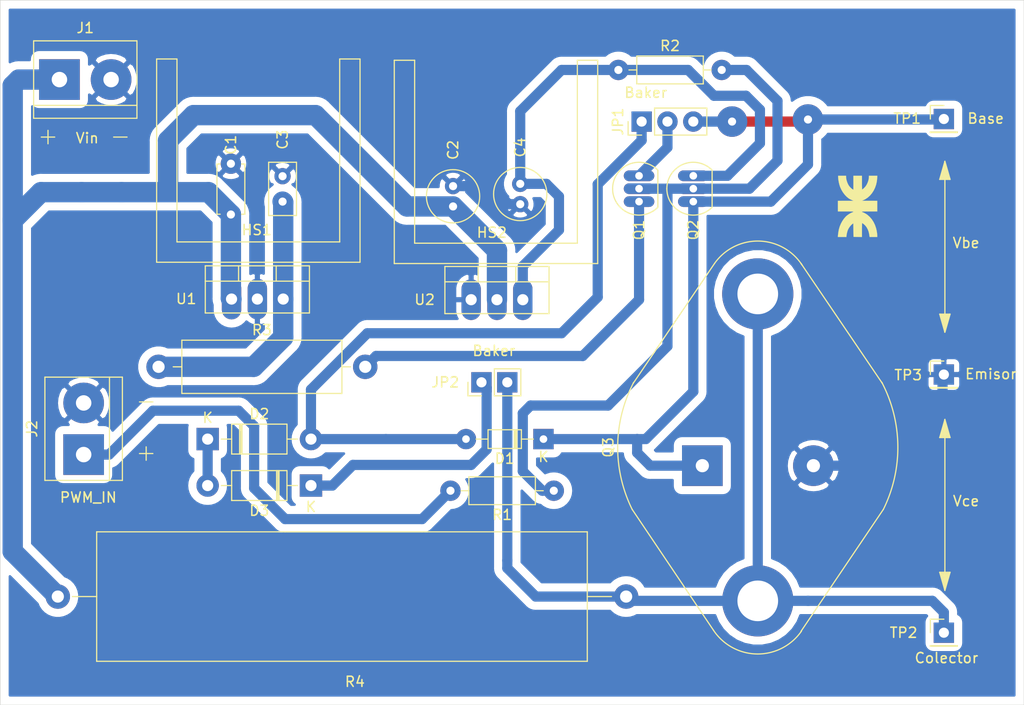
<source format=kicad_pcb>
(kicad_pcb (version 20171130) (host pcbnew "(5.1.0)-1")

  (general
    (thickness 1.6)
    (drawings 91)
    (tracks 122)
    (zones 0)
    (modules 26)
    (nets 14)
  )

  (page A4)
  (layers
    (0 F.Cu signal)
    (31 B.Cu signal)
    (32 B.Adhes user)
    (33 F.Adhes user)
    (34 B.Paste user)
    (35 F.Paste user)
    (36 B.SilkS user)
    (37 F.SilkS user)
    (38 B.Mask user)
    (39 F.Mask user)
    (40 Dwgs.User user)
    (41 Cmts.User user)
    (42 Eco1.User user)
    (43 Eco2.User user)
    (44 Edge.Cuts user)
    (45 Margin user)
    (46 B.CrtYd user)
    (47 F.CrtYd user)
    (48 B.Fab user)
    (49 F.Fab user)
  )

  (setup
    (last_trace_width 1)
    (trace_clearance 0.2)
    (zone_clearance 0.7)
    (zone_45_only no)
    (trace_min 0.2)
    (via_size 2)
    (via_drill 0.8)
    (via_min_size 0.4)
    (via_min_drill 0.3)
    (uvia_size 0.3)
    (uvia_drill 0.1)
    (uvias_allowed no)
    (uvia_min_size 0.2)
    (uvia_min_drill 0.1)
    (edge_width 0.05)
    (segment_width 0.2)
    (pcb_text_width 0.3)
    (pcb_text_size 1.5 1.5)
    (mod_edge_width 0.12)
    (mod_text_size 1 1)
    (mod_text_width 0.15)
    (pad_size 7 7)
    (pad_drill 4)
    (pad_to_mask_clearance 0.051)
    (solder_mask_min_width 0.25)
    (aux_axis_origin 0 0)
    (visible_elements 7FFFFFFF)
    (pcbplotparams
      (layerselection 0x010fc_ffffffff)
      (usegerberextensions false)
      (usegerberattributes false)
      (usegerberadvancedattributes false)
      (creategerberjobfile false)
      (excludeedgelayer true)
      (linewidth 0.100000)
      (plotframeref false)
      (viasonmask false)
      (mode 1)
      (useauxorigin false)
      (hpglpennumber 1)
      (hpglpenspeed 20)
      (hpglpendiameter 15.000000)
      (psnegative false)
      (psa4output false)
      (plotreference true)
      (plotvalue true)
      (plotinvisibletext false)
      (padsonsilk false)
      (subtractmaskfromsilk false)
      (outputformat 1)
      (mirror false)
      (drillshape 1)
      (scaleselection 1)
      (outputdirectory ""))
  )

  (net 0 "")
  (net 1 +15V)
  (net 2 GND)
  (net 3 +12V)
  (net 4 -5V)
  (net 5 "Net-(D1-Pad2)")
  (net 6 "Net-(D1-Pad1)")
  (net 7 "Net-(D2-Pad1)")
  (net 8 "Net-(D3-Pad1)")
  (net 9 /PWM)
  (net 10 "Net-(JP1-Pad2)")
  (net 11 "Net-(JP2-Pad2)")
  (net 12 "Net-(Q1-Pad2)")
  (net 13 "Net-(Q1-Pad1)")

  (net_class Default "Esta es la clase de red por defecto."
    (clearance 0.2)
    (trace_width 1)
    (via_dia 2)
    (via_drill 0.8)
    (uvia_dia 0.3)
    (uvia_drill 0.1)
    (add_net -5V)
    (add_net /PWM)
    (add_net GND)
    (add_net "Net-(D1-Pad1)")
    (add_net "Net-(D1-Pad2)")
    (add_net "Net-(D2-Pad1)")
    (add_net "Net-(D3-Pad1)")
    (add_net "Net-(JP1-Pad2)")
    (add_net "Net-(JP2-Pad2)")
    (add_net "Net-(Q1-Pad1)")
    (add_net "Net-(Q1-Pad2)")
  )

  (net_class power ""
    (clearance 0.2)
    (trace_width 2)
    (via_dia 2)
    (via_drill 1)
    (uvia_dia 0.3)
    (uvia_drill 0.1)
    (add_net +12V)
    (add_net +15V)
  )

  (module lib_fp:TO-3 (layer F.Cu) (tedit 5CE2D157) (tstamp 5CE3275B)
    (at 137.033 89.9922 90)
    (descr "Transistor TO-3")
    (tags "TR TO-3 TO3 TO-204")
    (path /5CDC12F5)
    (fp_text reference Q3 (at 1.8 -9.25 90) (layer F.SilkS)
      (effects (font (size 1 1) (thickness 0.15)))
    )
    (fp_text value BU208 (at 3.6322 5.207 180) (layer F.Fab)
      (effects (font (size 1 1) (thickness 0.15)))
    )
    (fp_arc (start 16.9 5.45) (end 20 1) (angle 111.6) (layer F.CrtYd) (width 0.05))
    (fp_arc (start -13.3 5.45) (end -16.4 1) (angle -111.6) (layer F.CrtYd) (width 0.05))
    (fp_arc (start 1.8 5.45) (end -4.5 17.9) (angle -54) (layer F.CrtYd) (width 0.05))
    (fp_arc (start 1.8 5.45) (end -4.5 -7) (angle 54) (layer F.CrtYd) (width 0.05))
    (fp_arc (start 16.9 5.45) (end 19.9 1.2) (angle 111.6) (layer F.SilkS) (width 0.12))
    (fp_arc (start -13.3 5.45) (end -16.2 1.1) (angle -111.6) (layer F.SilkS) (width 0.12))
    (fp_arc (start 1.8 5.45) (end -4.3 17.8) (angle -54) (layer F.SilkS) (width 0.12))
    (fp_arc (start 1.8 5.45) (end -4.3 -6.9) (angle 54) (layer F.SilkS) (width 0.12))
    (fp_arc (start 16.9 5.45) (end 19.71 1.32) (angle 111.6) (layer F.Fab) (width 0.1))
    (fp_arc (start -13.3 5.45) (end -16.11 1.32) (angle -111.6) (layer F.Fab) (width 0.1))
    (fp_arc (start 1.8 5.45) (end -4.38 17.57) (angle -54) (layer F.Fab) (width 0.1))
    (fp_arc (start 1.8 5.45) (end -4.38 -6.67) (angle 54) (layer F.Fab) (width 0.1))
    (fp_circle (center 16.9 5.45) (end 18.9 5.45) (layer F.Fab) (width 0.1))
    (fp_circle (center -13.3 5.45) (end -15.3 5.45) (layer F.Fab) (width 0.1))
    (fp_circle (center 1.8 5.45) (end 11.8 5.45) (layer F.Fab) (width 0.1))
    (fp_line (start 8.1 17.9) (end 20 9.9) (layer F.CrtYd) (width 0.05))
    (fp_line (start 8.1 -7) (end 20 1) (layer F.CrtYd) (width 0.05))
    (fp_line (start -4.5 17.9) (end -16.4 9.9) (layer F.CrtYd) (width 0.05))
    (fp_line (start -4.5 -7) (end -16.4 1) (layer F.CrtYd) (width 0.05))
    (fp_line (start 8.1 17.7) (end 19.9 9.7) (layer F.SilkS) (width 0.12))
    (fp_line (start 8.1 -6.8) (end 19.9 1.2) (layer F.SilkS) (width 0.12))
    (fp_line (start -4.3 17.8) (end -16.3 9.7) (layer F.SilkS) (width 0.12))
    (fp_line (start -4.3 -6.9) (end -16.2 1.1) (layer F.SilkS) (width 0.12))
    (fp_line (start 7.98 17.56) (end 19.71 9.58) (layer F.Fab) (width 0.1))
    (fp_line (start 7.98 -6.67) (end 19.71 1.32) (layer F.Fab) (width 0.1))
    (fp_line (start -4.38 17.57) (end -16.11 9.58) (layer F.Fab) (width 0.1))
    (fp_line (start -4.38 -6.67) (end -16.11 1.32) (layer F.Fab) (width 0.1))
    (fp_text user %R (at 5.6642 4.953 180) (layer F.Fab)
      (effects (font (size 1 1) (thickness 0.15)))
    )
    (pad 1 thru_hole circle (at 16.9 5.45 90) (size 7 7) (drill 4) (layers *.Cu *.Mask)
      (net 11 "Net-(JP2-Pad2)"))
    (pad 1 thru_hole circle (at -13.3 5.45 90) (size 7 7) (drill 4) (layers *.Cu *.Mask)
      (net 11 "Net-(JP2-Pad2)"))
    (pad 3 thru_hole circle (at 0 10.92 90) (size 4 4) (drill 1.3) (layers *.Cu *.Mask)
      (net 2 GND))
    (pad 2 thru_hole rect (at 0 0 90) (size 4 4) (drill 1.3) (layers *.Cu *.Mask)
      (net 6 "Net-(D1-Pad1)"))
    (model ${KISYS3DMOD}/Package_TO_SOT_THT.3dshapes/TO-3.wrl
      (at (xyz 0 0 0))
      (scale (xyz 1 1 1))
      (rotate (xyz 0 0 0))
    )
  )

  (module lib_fp:TO-92_Inline (layer F.Cu) (tedit 5CDD10A4) (tstamp 5CDD57B0)
    (at 130.81 64.008 90)
    (descr "TO-92 leads in-line, narrow, oval pads, drill 0.75mm (see NXP sot054_po.pdf)")
    (tags "to-92 sc-43 sc-43a sot54 PA33 transistor")
    (path /5CDA5CAD)
    (fp_text reference Q1 (at -2.794 0 270) (layer F.SilkS)
      (effects (font (size 1 1) (thickness 0.15)))
    )
    (fp_text value BC548 (at -4.318 0 270) (layer F.Fab)
      (effects (font (size 1 1) (thickness 0.15)))
    )
    (fp_text user %R (at 1.27 0 90) (layer F.Fab)
      (effects (font (size 1 1) (thickness 0.15)))
    )
    (fp_line (start -0.53 1.85) (end 3.07 1.85) (layer F.SilkS) (width 0.12))
    (fp_line (start -0.5 1.75) (end 3 1.75) (layer F.Fab) (width 0.1))
    (fp_line (start -1.46 -2.73) (end 4 -2.73) (layer F.CrtYd) (width 0.05))
    (fp_line (start -1.46 -2.73) (end -1.46 2.01) (layer F.CrtYd) (width 0.05))
    (fp_line (start 4 2.01) (end 4 -2.73) (layer F.CrtYd) (width 0.05))
    (fp_line (start 4 2.01) (end -1.46 2.01) (layer F.CrtYd) (width 0.05))
    (fp_arc (start 1.27 0) (end 1.27 -2.48) (angle 135) (layer F.Fab) (width 0.1))
    (fp_arc (start 1.27 0) (end 1.27 -2.6) (angle -135) (layer F.SilkS) (width 0.12))
    (fp_arc (start 1.27 0) (end 1.27 -2.48) (angle -135) (layer F.Fab) (width 0.1))
    (fp_arc (start 1.27 0) (end 1.27 -2.6) (angle 135) (layer F.SilkS) (width 0.12))
    (pad 2 thru_hole oval (at 1.27 0 90) (size 1.05 3) (drill 0.75) (layers *.Cu *.Mask)
      (net 12 "Net-(Q1-Pad2)"))
    (pad 3 thru_hole oval (at 2.54 0 90) (size 1.05 3) (drill 0.75) (layers *.Cu *.Mask)
      (net 10 "Net-(JP1-Pad2)"))
    (pad 1 thru_hole oval (at 0 0 90) (size 1.05 3) (drill 0.75) (layers *.Cu *.Mask)
      (net 13 "Net-(Q1-Pad1)"))
    (model ${KISYS3DMOD}/Package_TO_SOT_THT.3dshapes/TO-92_Inline.wrl
      (at (xyz 0 0 0))
      (scale (xyz 1 1 1))
      (rotate (xyz 0 0 0))
    )
  )

  (module lib_fp:C_Disc_D4.7mm_W2.5mm_P5.00mm (layer F.Cu) (tedit 5CDD1034) (tstamp 5CDD0A03)
    (at 90.678 65.278 90)
    (descr "C, Disc series, Radial, pin pitch=5.00mm, , diameter*width=4.7*2.5mm^2, Capacitor, http://www.vishay.com/docs/45233/krseries.pdf")
    (tags "C Disc series Radial pin pitch 5.00mm  diameter 4.7mm width 2.5mm Capacitor")
    (path /5CD9F127)
    (fp_text reference C1 (at 6.858 0 90) (layer F.SilkS)
      (effects (font (size 1 1) (thickness 0.15)))
    )
    (fp_text value 330nF (at 2.54 0 90) (layer F.Fab)
      (effects (font (size 1 1) (thickness 0.15)))
    )
    (fp_line (start 0.15 -1.25) (end 0.15 1.25) (layer F.Fab) (width 0.1))
    (fp_line (start 0.15 1.25) (end 4.85 1.25) (layer F.Fab) (width 0.1))
    (fp_line (start 4.85 1.25) (end 4.85 -1.25) (layer F.Fab) (width 0.1))
    (fp_line (start 4.85 -1.25) (end 0.15 -1.25) (layer F.Fab) (width 0.1))
    (fp_line (start 0.03 -1.37) (end 4.97 -1.37) (layer F.SilkS) (width 0.12))
    (fp_line (start 0.03 1.37) (end 4.97 1.37) (layer F.SilkS) (width 0.12))
    (fp_line (start 0.03 -1.37) (end 0.03 -1.055) (layer F.SilkS) (width 0.12))
    (fp_line (start 0.03 1.055) (end 0.03 1.37) (layer F.SilkS) (width 0.12))
    (fp_line (start 4.97 -1.37) (end 4.97 -1.055) (layer F.SilkS) (width 0.12))
    (fp_line (start 4.97 1.055) (end 4.97 1.37) (layer F.SilkS) (width 0.12))
    (fp_line (start -1.05 -1.5) (end -1.05 1.5) (layer F.CrtYd) (width 0.05))
    (fp_line (start -1.05 1.5) (end 6.05 1.5) (layer F.CrtYd) (width 0.05))
    (fp_line (start 6.05 1.5) (end 6.05 -1.5) (layer F.CrtYd) (width 0.05))
    (fp_line (start 6.05 -1.5) (end -1.05 -1.5) (layer F.CrtYd) (width 0.05))
    (fp_text user %R (at 6.096 0 90) (layer F.Fab)
      (effects (font (size 0.94 0.94) (thickness 0.141)))
    )
    (pad 1 thru_hole circle (at 0 0 90) (size 2 2) (drill 0.8) (layers *.Cu *.Mask)
      (net 1 +15V))
    (pad 2 thru_hole circle (at 5 0 90) (size 2 2) (drill 0.8) (layers *.Cu *.Mask)
      (net 2 GND))
    (model ${KISYS3DMOD}/Capacitor_THT.3dshapes/C_Disc_D4.7mm_W2.5mm_P5.00mm.wrl
      (at (xyz 0 0 0))
      (scale (xyz 1 1 1))
      (rotate (xyz 0 0 0))
    )
  )

  (module lib_fp:C_Radial_D5.0mm_H11.0mm_P2.00mm (layer F.Cu) (tedit 5BC5C9B9) (tstamp 5CDD56B5)
    (at 112.522 62.484 270)
    (descr "C, Radial series, Radial, pin pitch=2.00mm, diameter=5mm, height=11mm, Non-Polar Electrolytic Capacitor")
    (tags "C Radial series Radial pin pitch 2.00mm diameter 5mm height 11mm Non-Polar Electrolytic Capacitor")
    (path /5CDA11A5)
    (fp_text reference C2 (at -3.556 0 270) (layer F.SilkS)
      (effects (font (size 1 1) (thickness 0.15)))
    )
    (fp_text value 2,2uF (at 1 -0.508 270) (layer F.Fab)
      (effects (font (size 1 1) (thickness 0.15)))
    )
    (fp_text user %R (at 1 1.27 270) (layer F.Fab)
      (effects (font (size 1 1) (thickness 0.15)))
    )
    (fp_circle (center 1 0) (end 3.75 0) (layer F.CrtYd) (width 0.05))
    (fp_circle (center 1 0) (end 3.62 0) (layer F.SilkS) (width 0.12))
    (fp_circle (center 1 0) (end 3.5 0) (layer F.Fab) (width 0.1))
    (pad 2 thru_hole circle (at 2 0 270) (size 1.6 1.6) (drill 0.8) (layers *.Cu *.Mask)
      (net 1 +15V))
    (pad 1 thru_hole circle (at 0 0 270) (size 1.6 1.6) (drill 0.8) (layers *.Cu *.Mask)
      (net 2 GND))
    (model ${KISYS3DMOD}/Capacitor_THT.3dshapes/C_Radial_D5.0mm_H11.0mm_P2.00mm.wrl
      (at (xyz 0 0 0))
      (scale (xyz 1 1 1))
      (rotate (xyz 0 0 0))
    )
  )

  (module lib_fp:C_Disc_D5.0mm_W2.5mm_P2.50mm (layer F.Cu) (tedit 5AE50EF0) (tstamp 5CDD56C8)
    (at 95.758 64.008 90)
    (descr "C, Disc series, Radial, pin pitch=2.50mm, , diameter*width=5*2.5mm^2, Capacitor, http://cdn-reichelt.de/documents/datenblatt/B300/DS_KERKO_TC.pdf")
    (tags "C Disc series Radial pin pitch 2.50mm  diameter 5mm width 2.5mm Capacitor")
    (path /5CDA0B58)
    (fp_text reference C3 (at 6.096 0 90) (layer F.SilkS)
      (effects (font (size 1 1) (thickness 0.15)))
    )
    (fp_text value 100nF (at 1.25 0 90) (layer F.Fab)
      (effects (font (size 1 1) (thickness 0.15)))
    )
    (fp_text user %R (at 5.08 0 90) (layer F.Fab)
      (effects (font (size 1 1) (thickness 0.15)))
    )
    (fp_line (start 4 -1.5) (end -1.5 -1.5) (layer F.CrtYd) (width 0.05))
    (fp_line (start 4 1.5) (end 4 -1.5) (layer F.CrtYd) (width 0.05))
    (fp_line (start -1.5 1.5) (end 4 1.5) (layer F.CrtYd) (width 0.05))
    (fp_line (start -1.5 -1.5) (end -1.5 1.5) (layer F.CrtYd) (width 0.05))
    (fp_line (start 3.87 -1.37) (end 3.87 1.37) (layer F.SilkS) (width 0.12))
    (fp_line (start -1.37 -1.37) (end -1.37 1.37) (layer F.SilkS) (width 0.12))
    (fp_line (start -1.37 1.37) (end 3.87 1.37) (layer F.SilkS) (width 0.12))
    (fp_line (start -1.37 -1.37) (end 3.87 -1.37) (layer F.SilkS) (width 0.12))
    (fp_line (start 3.75 -1.25) (end -1.25 -1.25) (layer F.Fab) (width 0.1))
    (fp_line (start 3.75 1.25) (end 3.75 -1.25) (layer F.Fab) (width 0.1))
    (fp_line (start -1.25 1.25) (end 3.75 1.25) (layer F.Fab) (width 0.1))
    (fp_line (start -1.25 -1.25) (end -1.25 1.25) (layer F.Fab) (width 0.1))
    (pad 2 thru_hole circle (at 2.5 0 90) (size 1.6 1.6) (drill 0.8) (layers *.Cu *.Mask)
      (net 2 GND))
    (pad 1 thru_hole circle (at 0 0 90) (size 1.6 1.6) (drill 0.8) (layers *.Cu *.Mask)
      (net 3 +12V))
    (model ${KISYS3DMOD}/Capacitor_THT.3dshapes/C_Disc_D5.0mm_W2.5mm_P2.50mm.wrl
      (at (xyz 0 0 0))
      (scale (xyz 1 1 1))
      (rotate (xyz 0 0 0))
    )
  )

  (module lib_fp:C_Radial_D5.0mm_H11.0mm_P2.00mm (layer F.Cu) (tedit 5BC5C9B9) (tstamp 5CDD56D2)
    (at 119.126 64.262 90)
    (descr "C, Radial series, Radial, pin pitch=2.00mm, diameter=5mm, height=11mm, Non-Polar Electrolytic Capacitor")
    (tags "C Radial series Radial pin pitch 2.00mm diameter 5mm height 11mm Non-Polar Electrolytic Capacitor")
    (path /5CDA19A8)
    (fp_text reference C4 (at 5.588 0 90) (layer F.SilkS)
      (effects (font (size 1 1) (thickness 0.15)))
    )
    (fp_text value 1uF (at 1.016 0.762 90) (layer F.Fab)
      (effects (font (size 1 1) (thickness 0.15)))
    )
    (fp_circle (center 1 0) (end 3.5 0) (layer F.Fab) (width 0.1))
    (fp_circle (center 1 0) (end 3.62 0) (layer F.SilkS) (width 0.12))
    (fp_circle (center 1 0) (end 3.75 0) (layer F.CrtYd) (width 0.05))
    (fp_text user %R (at 1 -1.016 90) (layer F.Fab)
      (effects (font (size 1 1) (thickness 0.15)))
    )
    (pad 1 thru_hole circle (at 0 0 90) (size 1.6 1.6) (drill 0.8) (layers *.Cu *.Mask)
      (net 2 GND))
    (pad 2 thru_hole circle (at 2 0 90) (size 1.6 1.6) (drill 0.8) (layers *.Cu *.Mask)
      (net 4 -5V))
    (model ${KISYS3DMOD}/Capacitor_THT.3dshapes/C_Radial_D5.0mm_H11.0mm_P2.00mm.wrl
      (at (xyz 0 0 0))
      (scale (xyz 1 1 1))
      (rotate (xyz 0 0 0))
    )
  )

  (module lib_fp:D_DO-34_SOD68_P7.62mm_Horizontal (layer F.Cu) (tedit 5CDD1063) (tstamp 5CDD56F1)
    (at 121.412 87.376 180)
    (descr "Diode, DO-34_SOD68 series, Axial, Horizontal, pin pitch=7.62mm, , length*diameter=3.04*1.6mm^2, , https://www.nxp.com/docs/en/data-sheet/KTY83_SER.pdf")
    (tags "Diode DO-34_SOD68 series Axial Horizontal pin pitch 7.62mm  length 3.04mm diameter 1.6mm")
    (path /5CDAF349)
    (fp_text reference D1 (at 3.81 -1.92 180) (layer F.SilkS)
      (effects (font (size 1 1) (thickness 0.15)))
    )
    (fp_text value 1N4148 (at 3.81 1.92 180) (layer F.Fab)
      (effects (font (size 1 1) (thickness 0.15)))
    )
    (fp_text user K (at 0 -1.75 180) (layer F.SilkS)
      (effects (font (size 1 1) (thickness 0.15)))
    )
    (fp_text user K (at 0 -1.75 180) (layer F.Fab)
      (effects (font (size 1 1) (thickness 0.15)))
    )
    (fp_text user %R (at 4.038 0 180) (layer F.Fab)
      (effects (font (size 0.608 0.608) (thickness 0.0912)))
    )
    (fp_line (start 8.63 -1.05) (end -1 -1.05) (layer F.CrtYd) (width 0.05))
    (fp_line (start 8.63 1.05) (end 8.63 -1.05) (layer F.CrtYd) (width 0.05))
    (fp_line (start -1 1.05) (end 8.63 1.05) (layer F.CrtYd) (width 0.05))
    (fp_line (start -1 -1.05) (end -1 1.05) (layer F.CrtYd) (width 0.05))
    (fp_line (start 2.626 -0.92) (end 2.626 0.92) (layer F.SilkS) (width 0.12))
    (fp_line (start 2.866 -0.92) (end 2.866 0.92) (layer F.SilkS) (width 0.12))
    (fp_line (start 2.746 -0.92) (end 2.746 0.92) (layer F.SilkS) (width 0.12))
    (fp_line (start 6.63 0) (end 5.45 0) (layer F.SilkS) (width 0.12))
    (fp_line (start 0.99 0) (end 2.17 0) (layer F.SilkS) (width 0.12))
    (fp_line (start 5.45 -0.92) (end 2.17 -0.92) (layer F.SilkS) (width 0.12))
    (fp_line (start 5.45 0.92) (end 5.45 -0.92) (layer F.SilkS) (width 0.12))
    (fp_line (start 2.17 0.92) (end 5.45 0.92) (layer F.SilkS) (width 0.12))
    (fp_line (start 2.17 -0.92) (end 2.17 0.92) (layer F.SilkS) (width 0.12))
    (fp_line (start 2.646 -0.8) (end 2.646 0.8) (layer F.Fab) (width 0.1))
    (fp_line (start 2.846 -0.8) (end 2.846 0.8) (layer F.Fab) (width 0.1))
    (fp_line (start 2.746 -0.8) (end 2.746 0.8) (layer F.Fab) (width 0.1))
    (fp_line (start 7.62 0) (end 5.33 0) (layer F.Fab) (width 0.1))
    (fp_line (start 0 0) (end 2.29 0) (layer F.Fab) (width 0.1))
    (fp_line (start 5.33 -0.8) (end 2.29 -0.8) (layer F.Fab) (width 0.1))
    (fp_line (start 5.33 0.8) (end 5.33 -0.8) (layer F.Fab) (width 0.1))
    (fp_line (start 2.29 0.8) (end 5.33 0.8) (layer F.Fab) (width 0.1))
    (fp_line (start 2.29 -0.8) (end 2.29 0.8) (layer F.Fab) (width 0.1))
    (pad 2 thru_hole oval (at 7.62 0 180) (size 2 2) (drill 0.75) (layers *.Cu *.Mask)
      (net 5 "Net-(D1-Pad2)"))
    (pad 1 thru_hole rect (at 0 0 180) (size 2 2) (drill 0.75) (layers *.Cu *.Mask)
      (net 6 "Net-(D1-Pad1)"))
    (model ${KISYS3DMOD}/Diode_THT.3dshapes/D_DO-34_SOD68_P7.62mm_Horizontal.wrl
      (at (xyz 0 0 0))
      (scale (xyz 1 1 1))
      (rotate (xyz 0 0 0))
    )
  )

  (module lib_fp:D_DO-41_SOD81_P10.16mm_Horizontal (layer F.Cu) (tedit 5AE50CD5) (tstamp 5CDD111F)
    (at 88.392 87.376)
    (descr "Diode, DO-41_SOD81 series, Axial, Horizontal, pin pitch=10.16mm, , length*diameter=5.2*2.7mm^2, , http://www.diodes.com/_files/packages/DO-41%20(Plastic).pdf")
    (tags "Diode DO-41_SOD81 series Axial Horizontal pin pitch 10.16mm  length 5.2mm diameter 2.7mm")
    (path /5CDA9EFD)
    (fp_text reference D2 (at 5.08 -2.47) (layer F.SilkS)
      (effects (font (size 1 1) (thickness 0.15)))
    )
    (fp_text value MUR160 (at 13.97 0) (layer F.Fab)
      (effects (font (size 1 1) (thickness 0.15)))
    )
    (fp_line (start 2.48 -1.35) (end 2.48 1.35) (layer F.Fab) (width 0.1))
    (fp_line (start 2.48 1.35) (end 7.68 1.35) (layer F.Fab) (width 0.1))
    (fp_line (start 7.68 1.35) (end 7.68 -1.35) (layer F.Fab) (width 0.1))
    (fp_line (start 7.68 -1.35) (end 2.48 -1.35) (layer F.Fab) (width 0.1))
    (fp_line (start 0 0) (end 2.48 0) (layer F.Fab) (width 0.1))
    (fp_line (start 10.16 0) (end 7.68 0) (layer F.Fab) (width 0.1))
    (fp_line (start 3.26 -1.35) (end 3.26 1.35) (layer F.Fab) (width 0.1))
    (fp_line (start 3.36 -1.35) (end 3.36 1.35) (layer F.Fab) (width 0.1))
    (fp_line (start 3.16 -1.35) (end 3.16 1.35) (layer F.Fab) (width 0.1))
    (fp_line (start 2.36 -1.47) (end 2.36 1.47) (layer F.SilkS) (width 0.12))
    (fp_line (start 2.36 1.47) (end 7.8 1.47) (layer F.SilkS) (width 0.12))
    (fp_line (start 7.8 1.47) (end 7.8 -1.47) (layer F.SilkS) (width 0.12))
    (fp_line (start 7.8 -1.47) (end 2.36 -1.47) (layer F.SilkS) (width 0.12))
    (fp_line (start 1.34 0) (end 2.36 0) (layer F.SilkS) (width 0.12))
    (fp_line (start 8.82 0) (end 7.8 0) (layer F.SilkS) (width 0.12))
    (fp_line (start 3.26 -1.47) (end 3.26 1.47) (layer F.SilkS) (width 0.12))
    (fp_line (start 3.38 -1.47) (end 3.38 1.47) (layer F.SilkS) (width 0.12))
    (fp_line (start 3.14 -1.47) (end 3.14 1.47) (layer F.SilkS) (width 0.12))
    (fp_line (start -1.35 -1.6) (end -1.35 1.6) (layer F.CrtYd) (width 0.05))
    (fp_line (start -1.35 1.6) (end 11.51 1.6) (layer F.CrtYd) (width 0.05))
    (fp_line (start 11.51 1.6) (end 11.51 -1.6) (layer F.CrtYd) (width 0.05))
    (fp_line (start 11.51 -1.6) (end -1.35 -1.6) (layer F.CrtYd) (width 0.05))
    (fp_text user %R (at 5.47 0) (layer F.Fab)
      (effects (font (size 1 1) (thickness 0.15)))
    )
    (fp_text user K (at 0 -2.1) (layer F.Fab)
      (effects (font (size 1 1) (thickness 0.15)))
    )
    (fp_text user K (at 0 -2.1) (layer F.SilkS)
      (effects (font (size 1 1) (thickness 0.15)))
    )
    (pad 1 thru_hole rect (at 0 0) (size 2.2 2.2) (drill 1.1) (layers *.Cu *.Mask)
      (net 7 "Net-(D2-Pad1)"))
    (pad 2 thru_hole oval (at 10.16 0) (size 2.2 2.2) (drill 1.1) (layers *.Cu *.Mask)
      (net 5 "Net-(D1-Pad2)"))
    (model ${KISYS3DMOD}/Diode_THT.3dshapes/D_DO-41_SOD81_P10.16mm_Horizontal.wrl
      (at (xyz 0 0 0))
      (scale (xyz 1 1 1))
      (rotate (xyz 0 0 0))
    )
  )

  (module lib_fp:D_DO-41_SOD81_P10.16mm_Horizontal (layer F.Cu) (tedit 5AE50CD5) (tstamp 5CDD7050)
    (at 98.552 91.948 180)
    (descr "Diode, DO-41_SOD81 series, Axial, Horizontal, pin pitch=10.16mm, , length*diameter=5.2*2.7mm^2, , http://www.diodes.com/_files/packages/DO-41%20(Plastic).pdf")
    (tags "Diode DO-41_SOD81 series Axial Horizontal pin pitch 10.16mm  length 5.2mm diameter 2.7mm")
    (path /5CDAD3F1)
    (fp_text reference D3 (at 5.08 -2.47 180) (layer F.SilkS)
      (effects (font (size 1 1) (thickness 0.15)))
    )
    (fp_text value MUR160 (at -3.81 0 180) (layer F.Fab)
      (effects (font (size 1 1) (thickness 0.15)))
    )
    (fp_text user K (at 0 -2.1 180) (layer F.SilkS)
      (effects (font (size 1 1) (thickness 0.15)))
    )
    (fp_text user K (at 0 -2.1 180) (layer F.Fab)
      (effects (font (size 1 1) (thickness 0.15)))
    )
    (fp_text user %R (at 5.47 0 180) (layer F.Fab)
      (effects (font (size 1 1) (thickness 0.15)))
    )
    (fp_line (start 11.51 -1.6) (end -1.35 -1.6) (layer F.CrtYd) (width 0.05))
    (fp_line (start 11.51 1.6) (end 11.51 -1.6) (layer F.CrtYd) (width 0.05))
    (fp_line (start -1.35 1.6) (end 11.51 1.6) (layer F.CrtYd) (width 0.05))
    (fp_line (start -1.35 -1.6) (end -1.35 1.6) (layer F.CrtYd) (width 0.05))
    (fp_line (start 3.14 -1.47) (end 3.14 1.47) (layer F.SilkS) (width 0.12))
    (fp_line (start 3.38 -1.47) (end 3.38 1.47) (layer F.SilkS) (width 0.12))
    (fp_line (start 3.26 -1.47) (end 3.26 1.47) (layer F.SilkS) (width 0.12))
    (fp_line (start 8.82 0) (end 7.8 0) (layer F.SilkS) (width 0.12))
    (fp_line (start 1.34 0) (end 2.36 0) (layer F.SilkS) (width 0.12))
    (fp_line (start 7.8 -1.47) (end 2.36 -1.47) (layer F.SilkS) (width 0.12))
    (fp_line (start 7.8 1.47) (end 7.8 -1.47) (layer F.SilkS) (width 0.12))
    (fp_line (start 2.36 1.47) (end 7.8 1.47) (layer F.SilkS) (width 0.12))
    (fp_line (start 2.36 -1.47) (end 2.36 1.47) (layer F.SilkS) (width 0.12))
    (fp_line (start 3.16 -1.35) (end 3.16 1.35) (layer F.Fab) (width 0.1))
    (fp_line (start 3.36 -1.35) (end 3.36 1.35) (layer F.Fab) (width 0.1))
    (fp_line (start 3.26 -1.35) (end 3.26 1.35) (layer F.Fab) (width 0.1))
    (fp_line (start 10.16 0) (end 7.68 0) (layer F.Fab) (width 0.1))
    (fp_line (start 0 0) (end 2.48 0) (layer F.Fab) (width 0.1))
    (fp_line (start 7.68 -1.35) (end 2.48 -1.35) (layer F.Fab) (width 0.1))
    (fp_line (start 7.68 1.35) (end 7.68 -1.35) (layer F.Fab) (width 0.1))
    (fp_line (start 2.48 1.35) (end 7.68 1.35) (layer F.Fab) (width 0.1))
    (fp_line (start 2.48 -1.35) (end 2.48 1.35) (layer F.Fab) (width 0.1))
    (pad 2 thru_hole oval (at 10.16 0 180) (size 2.2 2.2) (drill 1.1) (layers *.Cu *.Mask)
      (net 7 "Net-(D2-Pad1)"))
    (pad 1 thru_hole rect (at 0 0 180) (size 2.2 2.2) (drill 1.1) (layers *.Cu *.Mask)
      (net 8 "Net-(D3-Pad1)"))
    (model ${KISYS3DMOD}/Diode_THT.3dshapes/D_DO-41_SOD81_P10.16mm_Horizontal.wrl
      (at (xyz 0 0 0))
      (scale (xyz 1 1 1))
      (rotate (xyz 0 0 0))
    )
  )

  (module lib_fp:Heatsink_TO220_A (layer F.Cu) (tedit 5CDD24D4) (tstamp 5CDD573B)
    (at 83.3755 49.9745)
    (descr "Heatsink, StoneCold HS")
    (tags heatsink)
    (path /5CD7B91A)
    (fp_text reference HS1 (at 9.8425 16.8275) (layer F.SilkS)
      (effects (font (size 1 1) (thickness 0.15)))
    )
    (fp_text value Heatsink (at 10.3505 18.8595) (layer F.Fab)
      (effects (font (size 1 1) (thickness 0.15)))
    )
    (fp_line (start 0 20) (end 20 20) (layer F.SilkS) (width 0.12))
    (fp_line (start 20 20) (end 20 0) (layer F.SilkS) (width 0.12))
    (fp_line (start 0 20) (end 0 0) (layer F.SilkS) (width 0.12))
    (fp_line (start 0 0) (end 2 0) (layer F.SilkS) (width 0.12))
    (fp_line (start 2 0) (end 2 18) (layer F.SilkS) (width 0.12))
    (fp_line (start 2 18) (end 18 18) (layer F.SilkS) (width 0.12))
    (fp_line (start 18 18) (end 18 0) (layer F.SilkS) (width 0.12))
    (fp_line (start 18 0) (end 20 0) (layer F.SilkS) (width 0.12))
    (model "${KIPRJMOD}/3d_models/lv8729-driver-heatsink-1.snapshot.1/LV8729 Heatsink.step"
      (offset (xyz 10 -17 8))
      (scale (xyz 1 1.3 1.55))
      (rotate (xyz 0 90 90))
    )
  )

  (module lib_fp:Heatsink_TO220_A (layer F.Cu) (tedit 5CDD24D4) (tstamp 5CDD5747)
    (at 106.7435 50.1015)
    (descr "Heatsink, StoneCold HS")
    (tags heatsink)
    (path /5CD7BDEB)
    (fp_text reference HS2 (at 9.5885 16.9545) (layer F.SilkS)
      (effects (font (size 1 1) (thickness 0.15)))
    )
    (fp_text value Heatsink (at 10.0965 18.9865) (layer F.Fab)
      (effects (font (size 1 1) (thickness 0.15)))
    )
    (fp_line (start 18 0) (end 20 0) (layer F.SilkS) (width 0.12))
    (fp_line (start 18 18) (end 18 0) (layer F.SilkS) (width 0.12))
    (fp_line (start 2 18) (end 18 18) (layer F.SilkS) (width 0.12))
    (fp_line (start 2 0) (end 2 18) (layer F.SilkS) (width 0.12))
    (fp_line (start 0 0) (end 2 0) (layer F.SilkS) (width 0.12))
    (fp_line (start 0 20) (end 0 0) (layer F.SilkS) (width 0.12))
    (fp_line (start 20 20) (end 20 0) (layer F.SilkS) (width 0.12))
    (fp_line (start 0 20) (end 20 20) (layer F.SilkS) (width 0.12))
    (model "${KIPRJMOD}/3d_models/lv8729-driver-heatsink-1.snapshot.1/LV8729 Heatsink.step"
      (offset (xyz 10 -17 8))
      (scale (xyz 1 1.3 1.55))
      (rotate (xyz 0 90 90))
    )
  )

  (module lib_fp:TerminalBlock_bornier-2_P5.08mm (layer F.Cu) (tedit 5CDD1011) (tstamp 5CDD575C)
    (at 73.82 52)
    (descr "simple 2-pin terminal block, pitch 5.08mm, revamped version of bornier2")
    (tags "terminal block bornier2")
    (path /5CD853EA)
    (fp_text reference J1 (at 2.54 -5.08) (layer F.SilkS)
      (effects (font (size 1 1) (thickness 0.15)))
    )
    (fp_text value Vin (at 2.54 1.34) (layer F.Fab)
      (effects (font (size 1 1) (thickness 0.15)))
    )
    (fp_text user %R (at 2.634 -1.2) (layer F.Fab)
      (effects (font (size 1 1) (thickness 0.15)))
    )
    (fp_line (start -2.41 2.55) (end 7.49 2.55) (layer F.Fab) (width 0.1))
    (fp_line (start -2.46 -3.75) (end -2.46 3.75) (layer F.Fab) (width 0.1))
    (fp_line (start -2.46 3.75) (end 7.54 3.75) (layer F.Fab) (width 0.1))
    (fp_line (start 7.54 3.75) (end 7.54 -3.75) (layer F.Fab) (width 0.1))
    (fp_line (start 7.54 -3.75) (end -2.46 -3.75) (layer F.Fab) (width 0.1))
    (fp_line (start 7.62 2.54) (end -2.54 2.54) (layer F.SilkS) (width 0.12))
    (fp_line (start 7.62 3.81) (end 7.62 -3.81) (layer F.SilkS) (width 0.12))
    (fp_line (start 7.62 -3.81) (end -2.54 -3.81) (layer F.SilkS) (width 0.12))
    (fp_line (start -2.54 -3.81) (end -2.54 3.81) (layer F.SilkS) (width 0.12))
    (fp_line (start -2.54 3.81) (end 7.62 3.81) (layer F.SilkS) (width 0.12))
    (fp_line (start -2.71 -4) (end 7.79 -4) (layer F.CrtYd) (width 0.05))
    (fp_line (start -2.71 -4) (end -2.71 4) (layer F.CrtYd) (width 0.05))
    (fp_line (start 7.79 4) (end 7.79 -4) (layer F.CrtYd) (width 0.05))
    (fp_line (start 7.79 4) (end -2.71 4) (layer F.CrtYd) (width 0.05))
    (pad 1 thru_hole rect (at 0 0) (size 4 4) (drill 1.52) (layers *.Cu *.Mask)
      (net 1 +15V))
    (pad 2 thru_hole circle (at 5.08 0) (size 4 4) (drill 1.52) (layers *.Cu *.Mask)
      (net 2 GND))
    (model "${KIPRJMOD}/3d_models/User Library-Terminal block 2 POS/User Library-Terminal block 2 POS.STEP"
      (offset (xyz 2.5 0.5 0))
      (scale (xyz 1 1 1))
      (rotate (xyz 0 0 180))
    )
  )

  (module lib_fp:TerminalBlock_bornier-2_P5.08mm (layer F.Cu) (tedit 5CDD1017) (tstamp 5CDD5771)
    (at 76.2 88.9 90)
    (descr "simple 2-pin terminal block, pitch 5.08mm, revamped version of bornier2")
    (tags "terminal block bornier2")
    (path /5CDA3B0C)
    (fp_text reference J2 (at 2.54 -5.08 90) (layer F.SilkS)
      (effects (font (size 1 1) (thickness 0.15)))
    )
    (fp_text value PWM_IN (at 2.54 0.762 90) (layer F.Fab)
      (effects (font (size 1 1) (thickness 0.15)))
    )
    (fp_line (start 7.79 4) (end -2.71 4) (layer F.CrtYd) (width 0.05))
    (fp_line (start 7.79 4) (end 7.79 -4) (layer F.CrtYd) (width 0.05))
    (fp_line (start -2.71 -4) (end -2.71 4) (layer F.CrtYd) (width 0.05))
    (fp_line (start -2.71 -4) (end 7.79 -4) (layer F.CrtYd) (width 0.05))
    (fp_line (start -2.54 3.81) (end 7.62 3.81) (layer F.SilkS) (width 0.12))
    (fp_line (start -2.54 -3.81) (end -2.54 3.81) (layer F.SilkS) (width 0.12))
    (fp_line (start 7.62 -3.81) (end -2.54 -3.81) (layer F.SilkS) (width 0.12))
    (fp_line (start 7.62 3.81) (end 7.62 -3.81) (layer F.SilkS) (width 0.12))
    (fp_line (start 7.62 2.54) (end -2.54 2.54) (layer F.SilkS) (width 0.12))
    (fp_line (start 7.54 -3.75) (end -2.46 -3.75) (layer F.Fab) (width 0.1))
    (fp_line (start 7.54 3.75) (end 7.54 -3.75) (layer F.Fab) (width 0.1))
    (fp_line (start -2.46 3.75) (end 7.54 3.75) (layer F.Fab) (width 0.1))
    (fp_line (start -2.46 -3.75) (end -2.46 3.75) (layer F.Fab) (width 0.1))
    (fp_line (start -2.41 2.55) (end 7.49 2.55) (layer F.Fab) (width 0.1))
    (fp_text user %R (at 2.54 -1.778 90) (layer F.Fab)
      (effects (font (size 1 1) (thickness 0.15)))
    )
    (pad 2 thru_hole circle (at 5.08 0 90) (size 4 4) (drill 1.52) (layers *.Cu *.Mask)
      (net 2 GND))
    (pad 1 thru_hole rect (at 0 0 90) (size 4 4) (drill 1.52) (layers *.Cu *.Mask)
      (net 9 /PWM))
    (model "${KIPRJMOD}/3d_models/User Library-Terminal block 2 POS/User Library-Terminal block 2 POS.STEP"
      (offset (xyz 2.5 0.5 0))
      (scale (xyz 1 1 1))
      (rotate (xyz 0 0 180))
    )
  )

  (module lib_fp:PinHeader_1x03_P2.54mm_Vertical (layer F.Cu) (tedit 5CDD10B4) (tstamp 5CDD08A0)
    (at 131.064 56.134 90)
    (descr "Through hole straight pin header, 1x03, 2.54mm pitch, single row")
    (tags "Through hole pin header THT 1x03 2.54mm single row")
    (path /5CDA481A)
    (fp_text reference JP1 (at 0 -2.33 90) (layer F.SilkS)
      (effects (font (size 1 1) (thickness 0.15)))
    )
    (fp_text value Jumper_NC_Dual (at 0 13.208 180) (layer F.Fab)
      (effects (font (size 1 1) (thickness 0.15)))
    )
    (fp_text user %R (at 0 2.54 180) (layer F.Fab)
      (effects (font (size 1 1) (thickness 0.15)))
    )
    (fp_line (start 1.8 -1.8) (end -1.8 -1.8) (layer F.CrtYd) (width 0.05))
    (fp_line (start 1.8 6.85) (end 1.8 -1.8) (layer F.CrtYd) (width 0.05))
    (fp_line (start -1.8 6.85) (end 1.8 6.85) (layer F.CrtYd) (width 0.05))
    (fp_line (start -1.8 -1.8) (end -1.8 6.85) (layer F.CrtYd) (width 0.05))
    (fp_line (start -1.33 -1.33) (end 0 -1.33) (layer F.SilkS) (width 0.12))
    (fp_line (start -1.33 0) (end -1.33 -1.33) (layer F.SilkS) (width 0.12))
    (fp_line (start -1.33 1.27) (end 1.33 1.27) (layer F.SilkS) (width 0.12))
    (fp_line (start 1.33 1.27) (end 1.33 6.41) (layer F.SilkS) (width 0.12))
    (fp_line (start -1.33 1.27) (end -1.33 6.41) (layer F.SilkS) (width 0.12))
    (fp_line (start -1.33 6.41) (end 1.33 6.41) (layer F.SilkS) (width 0.12))
    (fp_line (start -1.27 -0.635) (end -0.635 -1.27) (layer F.Fab) (width 0.1))
    (fp_line (start -1.27 6.35) (end -1.27 -0.635) (layer F.Fab) (width 0.1))
    (fp_line (start 1.27 6.35) (end -1.27 6.35) (layer F.Fab) (width 0.1))
    (fp_line (start 1.27 -1.27) (end 1.27 6.35) (layer F.Fab) (width 0.1))
    (fp_line (start -0.635 -1.27) (end 1.27 -1.27) (layer F.Fab) (width 0.1))
    (pad 3 thru_hole oval (at 0 5.08 90) (size 2 2) (drill 1) (layers *.Cu *.Mask)
      (net 6 "Net-(D1-Pad1)"))
    (pad 2 thru_hole oval (at 0 2.54 90) (size 2 2) (drill 1) (layers *.Cu *.Mask)
      (net 10 "Net-(JP1-Pad2)"))
    (pad 1 thru_hole rect (at 0 0 90) (size 2 2) (drill 1) (layers *.Cu *.Mask)
      (net 5 "Net-(D1-Pad2)"))
    (model ${KISYS3DMOD}/Connector_PinHeader_2.54mm.3dshapes/PinHeader_1x03_P2.54mm_Vertical.wrl
      (at (xyz 0 0 0))
      (scale (xyz 1 1 1))
      (rotate (xyz 0 0 0))
    )
  )

  (module lib_fp:PinHeader_1x02_P2.54mm_Vertical (layer F.Cu) (tedit 5CDD1048) (tstamp 5CDD0ECA)
    (at 115.316 81.788 90)
    (descr "Through hole straight pin header, 1x02, 2.54mm pitch, single row")
    (tags "Through hole pin header THT 1x02 2.54mm single row")
    (path /5CD9CA06)
    (fp_text reference JP2 (at 0 -3.556 180) (layer F.SilkS)
      (effects (font (size 1 1) (thickness 0.15)))
    )
    (fp_text value Jumper_NC_Small (at 2.794 1.778 180) (layer F.Fab)
      (effects (font (size 1 1) (thickness 0.15)))
    )
    (fp_text user %R (at 0 1.27 180) (layer F.Fab)
      (effects (font (size 1 1) (thickness 0.15)))
    )
    (fp_line (start 1.8 -1.8) (end -1.8 -1.8) (layer F.CrtYd) (width 0.05))
    (fp_line (start 1.8 4.35) (end 1.8 -1.8) (layer F.CrtYd) (width 0.05))
    (fp_line (start -1.8 4.35) (end 1.8 4.35) (layer F.CrtYd) (width 0.05))
    (fp_line (start -1.8 -1.8) (end -1.8 4.35) (layer F.CrtYd) (width 0.05))
    (fp_line (start -1.33 -1.33) (end 0 -1.33) (layer F.SilkS) (width 0.12))
    (fp_line (start -1.33 0) (end -1.33 -1.33) (layer F.SilkS) (width 0.12))
    (fp_line (start -1.33 1.27) (end 1.33 1.27) (layer F.SilkS) (width 0.12))
    (fp_line (start 1.33 1.27) (end 1.33 3.87) (layer F.SilkS) (width 0.12))
    (fp_line (start -1.33 1.27) (end -1.33 3.87) (layer F.SilkS) (width 0.12))
    (fp_line (start -1.33 3.87) (end 1.33 3.87) (layer F.SilkS) (width 0.12))
    (fp_line (start -1.27 -0.635) (end -0.635 -1.27) (layer F.Fab) (width 0.1))
    (fp_line (start -1.27 3.81) (end -1.27 -0.635) (layer F.Fab) (width 0.1))
    (fp_line (start 1.27 3.81) (end -1.27 3.81) (layer F.Fab) (width 0.1))
    (fp_line (start 1.27 -1.27) (end 1.27 3.81) (layer F.Fab) (width 0.1))
    (fp_line (start -0.635 -1.27) (end 1.27 -1.27) (layer F.Fab) (width 0.1))
    (pad 2 thru_hole rect (at 0 2.54 90) (size 2 2) (drill 1) (layers *.Cu *.Mask)
      (net 11 "Net-(JP2-Pad2)"))
    (pad 1 thru_hole rect (at 0 0 90) (size 2 2) (drill 1) (layers *.Cu *.Mask)
      (net 8 "Net-(D3-Pad1)"))
    (model ${KISYS3DMOD}/Connector_PinHeader_2.54mm.3dshapes/PinHeader_1x02_P2.54mm_Vertical.wrl
      (at (xyz 0 0 0))
      (scale (xyz 1 1 1))
      (rotate (xyz 0 0 0))
    )
  )

  (module lib_fp:TO-92_Inline (layer F.Cu) (tedit 5A1DD157) (tstamp 5CDD57C2)
    (at 136.144 64.008 90)
    (descr "TO-92 leads in-line, narrow, oval pads, drill 0.75mm (see NXP sot054_po.pdf)")
    (tags "to-92 sc-43 sc-43a sot54 PA33 transistor")
    (path /5CDB563C)
    (fp_text reference Q2 (at -2.794 0 90) (layer F.SilkS)
      (effects (font (size 1 1) (thickness 0.15)))
    )
    (fp_text value BC558 (at -4.318 0 270) (layer F.Fab)
      (effects (font (size 1 1) (thickness 0.15)))
    )
    (fp_arc (start 1.27 0) (end 1.27 -2.6) (angle 135) (layer F.SilkS) (width 0.12))
    (fp_arc (start 1.27 0) (end 1.27 -2.48) (angle -135) (layer F.Fab) (width 0.1))
    (fp_arc (start 1.27 0) (end 1.27 -2.6) (angle -135) (layer F.SilkS) (width 0.12))
    (fp_arc (start 1.27 0) (end 1.27 -2.48) (angle 135) (layer F.Fab) (width 0.1))
    (fp_line (start 4 2.01) (end -1.46 2.01) (layer F.CrtYd) (width 0.05))
    (fp_line (start 4 2.01) (end 4 -2.73) (layer F.CrtYd) (width 0.05))
    (fp_line (start -1.46 -2.73) (end -1.46 2.01) (layer F.CrtYd) (width 0.05))
    (fp_line (start -1.46 -2.73) (end 4 -2.73) (layer F.CrtYd) (width 0.05))
    (fp_line (start -0.5 1.75) (end 3 1.75) (layer F.Fab) (width 0.1))
    (fp_line (start -0.53 1.85) (end 3.07 1.85) (layer F.SilkS) (width 0.12))
    (fp_text user %R (at 1.27 0 90) (layer F.Fab)
      (effects (font (size 1 1) (thickness 0.15)))
    )
    (pad 1 thru_hole oval (at 0 0 90) (size 1.05 3) (drill 0.75) (layers *.Cu *.Mask)
      (net 6 "Net-(D1-Pad1)"))
    (pad 3 thru_hole oval (at 2.54 0 90) (size 1.05 3) (drill 0.75) (layers *.Cu *.Mask)
      (net 4 -5V))
    (pad 2 thru_hole oval (at 1.27 0 90) (size 1.05 3) (drill 0.75) (layers *.Cu *.Mask)
      (net 12 "Net-(Q1-Pad2)"))
    (model ${KISYS3DMOD}/Package_TO_SOT_THT.3dshapes/TO-92_Inline.wrl
      (at (xyz 0 0 0))
      (scale (xyz 1 1 1))
      (rotate (xyz 0 0 0))
    )
  )

  (module lib_fp:R_Axial_DIN0207_L6.3mm_D2.5mm_P10.16mm_Horizontal (layer F.Cu) (tedit 5CDD106F) (tstamp 5CDD0AA2)
    (at 122.428 92.456 180)
    (descr "Resistor, Axial_DIN0207 series, Axial, Horizontal, pin pitch=10.16mm, 0.25W = 1/4W, length*diameter=6.3*2.5mm^2, http://cdn-reichelt.de/documents/datenblatt/B400/1_4W%23YAG.pdf")
    (tags "Resistor Axial_DIN0207 series Axial Horizontal pin pitch 10.16mm 0.25W = 1/4W length 6.3mm diameter 2.5mm")
    (path /5CDBD57B)
    (fp_text reference R1 (at 5.08 -2.37 180) (layer F.SilkS)
      (effects (font (size 1 1) (thickness 0.15)))
    )
    (fp_text value 470 (at 3.81 0 180) (layer F.Fab)
      (effects (font (size 1 1) (thickness 0.15)))
    )
    (fp_text user %R (at 6.858 0 180) (layer F.Fab)
      (effects (font (size 1 1) (thickness 0.15)))
    )
    (fp_line (start 11.21 -1.5) (end -1.05 -1.5) (layer F.CrtYd) (width 0.05))
    (fp_line (start 11.21 1.5) (end 11.21 -1.5) (layer F.CrtYd) (width 0.05))
    (fp_line (start -1.05 1.5) (end 11.21 1.5) (layer F.CrtYd) (width 0.05))
    (fp_line (start -1.05 -1.5) (end -1.05 1.5) (layer F.CrtYd) (width 0.05))
    (fp_line (start 9.12 0) (end 8.35 0) (layer F.SilkS) (width 0.12))
    (fp_line (start 1.04 0) (end 1.81 0) (layer F.SilkS) (width 0.12))
    (fp_line (start 8.35 -1.37) (end 1.81 -1.37) (layer F.SilkS) (width 0.12))
    (fp_line (start 8.35 1.37) (end 8.35 -1.37) (layer F.SilkS) (width 0.12))
    (fp_line (start 1.81 1.37) (end 8.35 1.37) (layer F.SilkS) (width 0.12))
    (fp_line (start 1.81 -1.37) (end 1.81 1.37) (layer F.SilkS) (width 0.12))
    (fp_line (start 10.16 0) (end 8.23 0) (layer F.Fab) (width 0.1))
    (fp_line (start 0 0) (end 1.93 0) (layer F.Fab) (width 0.1))
    (fp_line (start 8.23 -1.25) (end 1.93 -1.25) (layer F.Fab) (width 0.1))
    (fp_line (start 8.23 1.25) (end 8.23 -1.25) (layer F.Fab) (width 0.1))
    (fp_line (start 1.93 1.25) (end 8.23 1.25) (layer F.Fab) (width 0.1))
    (fp_line (start 1.93 -1.25) (end 1.93 1.25) (layer F.Fab) (width 0.1))
    (pad 2 thru_hole oval (at 10.16 0 180) (size 2 2) (drill 0.8) (layers *.Cu *.Mask)
      (net 9 /PWM))
    (pad 1 thru_hole oval (at 0 0 180) (size 2 2) (drill 0.8) (layers *.Cu *.Mask)
      (net 12 "Net-(Q1-Pad2)"))
    (model ${KISYS3DMOD}/Resistor_THT.3dshapes/R_Axial_DIN0207_L6.3mm_D2.5mm_P10.16mm_Horizontal.wrl
      (at (xyz 0 0 0))
      (scale (xyz 1 1 1))
      (rotate (xyz 0 0 0))
    )
  )

  (module lib_fp:R_Axial_DIN0207_L6.3mm_D2.5mm_P10.16mm_Horizontal (layer F.Cu) (tedit 5AE5139B) (tstamp 5CDD1A93)
    (at 128.778 51.054)
    (descr "Resistor, Axial_DIN0207 series, Axial, Horizontal, pin pitch=10.16mm, 0.25W = 1/4W, length*diameter=6.3*2.5mm^2, http://cdn-reichelt.de/documents/datenblatt/B400/1_4W%23YAG.pdf")
    (tags "Resistor Axial_DIN0207 series Axial Horizontal pin pitch 10.16mm 0.25W = 1/4W length 6.3mm diameter 2.5mm")
    (path /5CDB991D)
    (fp_text reference R2 (at 5.08 -2.37) (layer F.SilkS)
      (effects (font (size 1 1) (thickness 0.15)))
    )
    (fp_text value 1k (at 6.604 0) (layer F.Fab)
      (effects (font (size 1 1) (thickness 0.15)))
    )
    (fp_line (start 1.93 -1.25) (end 1.93 1.25) (layer F.Fab) (width 0.1))
    (fp_line (start 1.93 1.25) (end 8.23 1.25) (layer F.Fab) (width 0.1))
    (fp_line (start 8.23 1.25) (end 8.23 -1.25) (layer F.Fab) (width 0.1))
    (fp_line (start 8.23 -1.25) (end 1.93 -1.25) (layer F.Fab) (width 0.1))
    (fp_line (start 0 0) (end 1.93 0) (layer F.Fab) (width 0.1))
    (fp_line (start 10.16 0) (end 8.23 0) (layer F.Fab) (width 0.1))
    (fp_line (start 1.81 -1.37) (end 1.81 1.37) (layer F.SilkS) (width 0.12))
    (fp_line (start 1.81 1.37) (end 8.35 1.37) (layer F.SilkS) (width 0.12))
    (fp_line (start 8.35 1.37) (end 8.35 -1.37) (layer F.SilkS) (width 0.12))
    (fp_line (start 8.35 -1.37) (end 1.81 -1.37) (layer F.SilkS) (width 0.12))
    (fp_line (start 1.04 0) (end 1.81 0) (layer F.SilkS) (width 0.12))
    (fp_line (start 9.12 0) (end 8.35 0) (layer F.SilkS) (width 0.12))
    (fp_line (start -1.05 -1.5) (end -1.05 1.5) (layer F.CrtYd) (width 0.05))
    (fp_line (start -1.05 1.5) (end 11.21 1.5) (layer F.CrtYd) (width 0.05))
    (fp_line (start 11.21 1.5) (end 11.21 -1.5) (layer F.CrtYd) (width 0.05))
    (fp_line (start 11.21 -1.5) (end -1.05 -1.5) (layer F.CrtYd) (width 0.05))
    (fp_text user %R (at 3.81 0) (layer F.Fab)
      (effects (font (size 1 1) (thickness 0.15)))
    )
    (pad 1 thru_hole oval (at 0 0) (size 2 2) (drill 0.8) (layers *.Cu *.Mask)
      (net 4 -5V))
    (pad 2 thru_hole oval (at 10.16 0) (size 2 2) (drill 0.8) (layers *.Cu *.Mask)
      (net 12 "Net-(Q1-Pad2)"))
    (model ${KISYS3DMOD}/Resistor_THT.3dshapes/R_Axial_DIN0207_L6.3mm_D2.5mm_P10.16mm_Horizontal.wrl
      (at (xyz 0 0 0))
      (scale (xyz 1 1 1))
      (rotate (xyz 0 0 0))
    )
  )

  (module lib_fp:R_Axial_DIN0516_L15.5mm_D5.0mm_P20.32mm_Horizontal (layer F.Cu) (tedit 5AE5139B) (tstamp 5CDD5819)
    (at 83.566 80.264)
    (descr "Resistor, Axial_DIN0516 series, Axial, Horizontal, pin pitch=20.32mm, 2W, length*diameter=15.5*5mm^2, http://cdn-reichelt.de/documents/datenblatt/B400/1_4W%23YAG.pdf")
    (tags "Resistor Axial_DIN0516 series Axial Horizontal pin pitch 20.32mm 2W length 15.5mm diameter 5mm")
    (path /5CDA6F06)
    (fp_text reference R3 (at 10.16 -3.62) (layer F.SilkS)
      (effects (font (size 1 1) (thickness 0.15)))
    )
    (fp_text value 56 (at 10.16 3.62) (layer F.Fab)
      (effects (font (size 1 1) (thickness 0.15)))
    )
    (fp_text user %R (at 10.16 0) (layer F.Fab)
      (effects (font (size 1 1) (thickness 0.15)))
    )
    (fp_line (start 21.77 -2.75) (end -1.45 -2.75) (layer F.CrtYd) (width 0.05))
    (fp_line (start 21.77 2.75) (end 21.77 -2.75) (layer F.CrtYd) (width 0.05))
    (fp_line (start -1.45 2.75) (end 21.77 2.75) (layer F.CrtYd) (width 0.05))
    (fp_line (start -1.45 -2.75) (end -1.45 2.75) (layer F.CrtYd) (width 0.05))
    (fp_line (start 18.88 0) (end 18.03 0) (layer F.SilkS) (width 0.12))
    (fp_line (start 1.44 0) (end 2.29 0) (layer F.SilkS) (width 0.12))
    (fp_line (start 18.03 -2.62) (end 2.29 -2.62) (layer F.SilkS) (width 0.12))
    (fp_line (start 18.03 2.62) (end 18.03 -2.62) (layer F.SilkS) (width 0.12))
    (fp_line (start 2.29 2.62) (end 18.03 2.62) (layer F.SilkS) (width 0.12))
    (fp_line (start 2.29 -2.62) (end 2.29 2.62) (layer F.SilkS) (width 0.12))
    (fp_line (start 20.32 0) (end 17.91 0) (layer F.Fab) (width 0.1))
    (fp_line (start 0 0) (end 2.41 0) (layer F.Fab) (width 0.1))
    (fp_line (start 17.91 -2.5) (end 2.41 -2.5) (layer F.Fab) (width 0.1))
    (fp_line (start 17.91 2.5) (end 17.91 -2.5) (layer F.Fab) (width 0.1))
    (fp_line (start 2.41 2.5) (end 17.91 2.5) (layer F.Fab) (width 0.1))
    (fp_line (start 2.41 -2.5) (end 2.41 2.5) (layer F.Fab) (width 0.1))
    (pad 2 thru_hole oval (at 20.32 0) (size 2.4 2.4) (drill 1.2) (layers *.Cu *.Mask)
      (net 13 "Net-(Q1-Pad1)"))
    (pad 1 thru_hole circle (at 0 0) (size 2.4 2.4) (drill 1.2) (layers *.Cu *.Mask)
      (net 3 +12V))
    (model ${KISYS3DMOD}/Resistor_THT.3dshapes/R_Axial_DIN0516_L15.5mm_D5.0mm_P20.32mm_Horizontal.wrl
      (at (xyz 0 0 0))
      (scale (xyz 1 1 1))
      (rotate (xyz 0 0 0))
    )
  )

  (module lib_fp:R_Axial_Power_L48.0mm_W12.5mm_P55.88mm (layer F.Cu) (tedit 5AE5139B) (tstamp 5CDD5830)
    (at 73.66 102.87)
    (descr "Resistor, Axial_Power series, Box, pin pitch=55.88mm, 15W, length*width*height=48*12.5*12.5mm^3, http://cdn-reichelt.de/documents/datenblatt/B400/5WAXIAL_9WAXIAL_11WAXIAL_17WAXIAL%23YAG.pdf")
    (tags "Resistor Axial_Power series Box pin pitch 55.88mm 15W length 48mm width 12.5mm height 12.5mm")
    (path /5CDC79A9)
    (fp_text reference R4 (at 29.21 8.382) (layer F.SilkS)
      (effects (font (size 1 1) (thickness 0.15)))
    )
    (fp_text value 15 (at 27.94 2.032) (layer F.Fab)
      (effects (font (size 1 1) (thickness 0.15)))
    )
    (fp_text user %R (at 27.94 0) (layer F.Fab)
      (effects (font (size 1 1) (thickness 0.15)))
    )
    (fp_line (start 57.33 -6.5) (end -1.45 -6.5) (layer F.CrtYd) (width 0.05))
    (fp_line (start 57.33 6.5) (end 57.33 -6.5) (layer F.CrtYd) (width 0.05))
    (fp_line (start -1.45 6.5) (end 57.33 6.5) (layer F.CrtYd) (width 0.05))
    (fp_line (start -1.45 -6.5) (end -1.45 6.5) (layer F.CrtYd) (width 0.05))
    (fp_line (start 54.44 0) (end 52.06 0) (layer F.SilkS) (width 0.12))
    (fp_line (start 1.44 0) (end 3.82 0) (layer F.SilkS) (width 0.12))
    (fp_line (start 52.06 -6.37) (end 3.82 -6.37) (layer F.SilkS) (width 0.12))
    (fp_line (start 52.06 6.37) (end 52.06 -6.37) (layer F.SilkS) (width 0.12))
    (fp_line (start 3.82 6.37) (end 52.06 6.37) (layer F.SilkS) (width 0.12))
    (fp_line (start 3.82 -6.37) (end 3.82 6.37) (layer F.SilkS) (width 0.12))
    (fp_line (start 55.88 0) (end 51.94 0) (layer F.Fab) (width 0.1))
    (fp_line (start 0 0) (end 3.94 0) (layer F.Fab) (width 0.1))
    (fp_line (start 51.94 -6.25) (end 3.94 -6.25) (layer F.Fab) (width 0.1))
    (fp_line (start 51.94 6.25) (end 51.94 -6.25) (layer F.Fab) (width 0.1))
    (fp_line (start 3.94 6.25) (end 51.94 6.25) (layer F.Fab) (width 0.1))
    (fp_line (start 3.94 -6.25) (end 3.94 6.25) (layer F.Fab) (width 0.1))
    (pad 2 thru_hole oval (at 55.88 0) (size 2.4 2.4) (drill 1.2) (layers *.Cu *.Mask)
      (net 11 "Net-(JP2-Pad2)"))
    (pad 1 thru_hole circle (at 0 0) (size 2.4 2.4) (drill 1.2) (layers *.Cu *.Mask)
      (net 1 +15V))
    (model ${KISYS3DMOD}/Resistor_THT.3dshapes/R_Axial_Power_L48.0mm_W12.5mm_P55.88mm.wrl
      (at (xyz 0 0 0))
      (scale (xyz 1 1 1))
      (rotate (xyz 0 0 0))
    )
  )

  (module lib_fp:Testpoint (layer F.Cu) (tedit 5CDD108F) (tstamp 5CDEE8E8)
    (at 160.782 55.88)
    (descr "Through hole straight pin header, 1x01, 2.54mm pitch, single row")
    (tags "Through hole pin header THT 1x01 2.54mm single row")
    (path /5CDD4F61)
    (fp_text reference TP1 (at -3.6068 -0.0508) (layer F.SilkS)
      (effects (font (size 1 1) (thickness 0.15)))
    )
    (fp_text value TP_Base (at 0 2.33) (layer F.Fab)
      (effects (font (size 1 1) (thickness 0.15)))
    )
    (fp_line (start -0.635 -1.27) (end 1.27 -1.27) (layer F.Fab) (width 0.1))
    (fp_line (start 1.27 -1.27) (end 1.27 1.27) (layer F.Fab) (width 0.1))
    (fp_line (start 1.27 1.27) (end -1.27 1.27) (layer F.Fab) (width 0.1))
    (fp_line (start -1.27 1.27) (end -1.27 -0.635) (layer F.Fab) (width 0.1))
    (fp_line (start -1.27 -0.635) (end -0.635 -1.27) (layer F.Fab) (width 0.1))
    (fp_line (start -1.33 1.33) (end 1.33 1.33) (layer F.SilkS) (width 0.12))
    (fp_line (start -1.33 1.27) (end -1.33 1.33) (layer F.SilkS) (width 0.12))
    (fp_line (start 1.33 1.27) (end 1.33 1.33) (layer F.SilkS) (width 0.12))
    (fp_line (start -1.33 1.27) (end 1.33 1.27) (layer F.SilkS) (width 0.12))
    (fp_line (start -1.33 0) (end -1.33 -1.33) (layer F.SilkS) (width 0.12))
    (fp_line (start -1.33 -1.33) (end 0 -1.33) (layer F.SilkS) (width 0.12))
    (fp_line (start -1.8 -1.8) (end -1.8 1.8) (layer F.CrtYd) (width 0.05))
    (fp_line (start -1.8 1.8) (end 1.8 1.8) (layer F.CrtYd) (width 0.05))
    (fp_line (start 1.8 1.8) (end 1.8 -1.8) (layer F.CrtYd) (width 0.05))
    (fp_line (start 1.8 -1.8) (end -1.8 -1.8) (layer F.CrtYd) (width 0.05))
    (fp_text user %R (at 3.556 0 180) (layer F.Fab)
      (effects (font (size 1 1) (thickness 0.15)))
    )
    (pad 1 thru_hole rect (at 0 0) (size 2 2) (drill 1) (layers *.Cu *.Mask)
      (net 6 "Net-(D1-Pad1)"))
    (model ${KISYS3DMOD}/Connector_PinHeader_2.54mm.3dshapes/PinHeader_1x01_P2.54mm_Vertical.wrl
      (at (xyz 0 0 0))
      (scale (xyz 1 1 1))
      (rotate (xyz 0 0 0))
    )
  )

  (module lib_fp:Testpoint (layer F.Cu) (tedit 59FED5CC) (tstamp 5CDD585A)
    (at 160.782 106.426)
    (descr "Through hole straight pin header, 1x01, 2.54mm pitch, single row")
    (tags "Through hole pin header THT 1x01 2.54mm single row")
    (path /5CDD2E5E)
    (fp_text reference TP2 (at -3.9624 0) (layer F.SilkS)
      (effects (font (size 1 1) (thickness 0.15)))
    )
    (fp_text value TP_Colector (at 0 2.33) (layer F.Fab)
      (effects (font (size 1 1) (thickness 0.15)))
    )
    (fp_text user %R (at 3.048 0 180) (layer F.Fab)
      (effects (font (size 1 1) (thickness 0.15)))
    )
    (fp_line (start 1.8 -1.8) (end -1.8 -1.8) (layer F.CrtYd) (width 0.05))
    (fp_line (start 1.8 1.8) (end 1.8 -1.8) (layer F.CrtYd) (width 0.05))
    (fp_line (start -1.8 1.8) (end 1.8 1.8) (layer F.CrtYd) (width 0.05))
    (fp_line (start -1.8 -1.8) (end -1.8 1.8) (layer F.CrtYd) (width 0.05))
    (fp_line (start -1.33 -1.33) (end 0 -1.33) (layer F.SilkS) (width 0.12))
    (fp_line (start -1.33 0) (end -1.33 -1.33) (layer F.SilkS) (width 0.12))
    (fp_line (start -1.33 1.27) (end 1.33 1.27) (layer F.SilkS) (width 0.12))
    (fp_line (start 1.33 1.27) (end 1.33 1.33) (layer F.SilkS) (width 0.12))
    (fp_line (start -1.33 1.27) (end -1.33 1.33) (layer F.SilkS) (width 0.12))
    (fp_line (start -1.33 1.33) (end 1.33 1.33) (layer F.SilkS) (width 0.12))
    (fp_line (start -1.27 -0.635) (end -0.635 -1.27) (layer F.Fab) (width 0.1))
    (fp_line (start -1.27 1.27) (end -1.27 -0.635) (layer F.Fab) (width 0.1))
    (fp_line (start 1.27 1.27) (end -1.27 1.27) (layer F.Fab) (width 0.1))
    (fp_line (start 1.27 -1.27) (end 1.27 1.27) (layer F.Fab) (width 0.1))
    (fp_line (start -0.635 -1.27) (end 1.27 -1.27) (layer F.Fab) (width 0.1))
    (pad 1 thru_hole rect (at 0 0) (size 2 2) (drill 1) (layers *.Cu *.Mask)
      (net 11 "Net-(JP2-Pad2)"))
    (model ${KISYS3DMOD}/Connector_PinHeader_2.54mm.3dshapes/PinHeader_1x01_P2.54mm_Vertical.wrl
      (at (xyz 0 0 0))
      (scale (xyz 1 1 1))
      (rotate (xyz 0 0 0))
    )
  )

  (module lib_fp:Testpoint (layer F.Cu) (tedit 59FED5CC) (tstamp 5CDD586F)
    (at 160.782 81.026)
    (descr "Through hole straight pin header, 1x01, 2.54mm pitch, single row")
    (tags "Through hole pin header THT 1x01 2.54mm single row")
    (path /5CDD692B)
    (fp_text reference TP3 (at -3.5052 0.0508) (layer F.SilkS)
      (effects (font (size 1 1) (thickness 0.15)))
    )
    (fp_text value GND (at 0 2.33) (layer F.Fab)
      (effects (font (size 1 1) (thickness 0.15)))
    )
    (fp_text user %R (at 3.048 0 180) (layer F.Fab)
      (effects (font (size 1 1) (thickness 0.15)))
    )
    (fp_line (start 1.8 -1.8) (end -1.8 -1.8) (layer F.CrtYd) (width 0.05))
    (fp_line (start 1.8 1.8) (end 1.8 -1.8) (layer F.CrtYd) (width 0.05))
    (fp_line (start -1.8 1.8) (end 1.8 1.8) (layer F.CrtYd) (width 0.05))
    (fp_line (start -1.8 -1.8) (end -1.8 1.8) (layer F.CrtYd) (width 0.05))
    (fp_line (start -1.33 -1.33) (end 0 -1.33) (layer F.SilkS) (width 0.12))
    (fp_line (start -1.33 0) (end -1.33 -1.33) (layer F.SilkS) (width 0.12))
    (fp_line (start -1.33 1.27) (end 1.33 1.27) (layer F.SilkS) (width 0.12))
    (fp_line (start 1.33 1.27) (end 1.33 1.33) (layer F.SilkS) (width 0.12))
    (fp_line (start -1.33 1.27) (end -1.33 1.33) (layer F.SilkS) (width 0.12))
    (fp_line (start -1.33 1.33) (end 1.33 1.33) (layer F.SilkS) (width 0.12))
    (fp_line (start -1.27 -0.635) (end -0.635 -1.27) (layer F.Fab) (width 0.1))
    (fp_line (start -1.27 1.27) (end -1.27 -0.635) (layer F.Fab) (width 0.1))
    (fp_line (start 1.27 1.27) (end -1.27 1.27) (layer F.Fab) (width 0.1))
    (fp_line (start 1.27 -1.27) (end 1.27 1.27) (layer F.Fab) (width 0.1))
    (fp_line (start -0.635 -1.27) (end 1.27 -1.27) (layer F.Fab) (width 0.1))
    (pad 1 thru_hole rect (at 0 0) (size 2 2) (drill 1) (layers *.Cu *.Mask)
      (net 2 GND))
    (model ${KISYS3DMOD}/Connector_PinHeader_2.54mm.3dshapes/PinHeader_1x01_P2.54mm_Vertical.wrl
      (at (xyz 0 0 0))
      (scale (xyz 1 1 1))
      (rotate (xyz 0 0 0))
    )
  )

  (module lib_fp:TO-220-3_Vertical (layer F.Cu) (tedit 5CE2CEA2) (tstamp 5CDD5889)
    (at 90.7415 73.5965)
    (descr "TO-220-3, Vertical, RM 2.54mm, see https://www.vishay.com/docs/66542/to-220-1.pdf")
    (tags "TO-220-3 Vertical RM 2.54mm")
    (path /5CD7C651)
    (fp_text reference U1 (at -4.4577 -0.0127) (layer F.SilkS)
      (effects (font (size 1 1) (thickness 0.15)))
    )
    (fp_text value L7812 (at 2.2225 -0.1905) (layer F.Fab)
      (effects (font (size 1 1) (thickness 0.15)))
    )
    (fp_text user %R (at -4.1275 0.0635) (layer F.Fab)
      (effects (font (size 1 1) (thickness 0.15)))
    )
    (fp_line (start 7.79 -3.4) (end -2.71 -3.4) (layer F.CrtYd) (width 0.05))
    (fp_line (start 7.79 1.51) (end 7.79 -3.4) (layer F.CrtYd) (width 0.05))
    (fp_line (start -2.71 1.51) (end 7.79 1.51) (layer F.CrtYd) (width 0.05))
    (fp_line (start -2.71 -3.4) (end -2.71 1.51) (layer F.CrtYd) (width 0.05))
    (fp_line (start 4.391 -3.27) (end 4.391 -1.76) (layer F.SilkS) (width 0.12))
    (fp_line (start 0.69 -3.27) (end 0.69 -1.76) (layer F.SilkS) (width 0.12))
    (fp_line (start -2.58 -1.76) (end 7.66 -1.76) (layer F.SilkS) (width 0.12))
    (fp_line (start 7.66 -3.27) (end 7.66 1.371) (layer F.SilkS) (width 0.12))
    (fp_line (start -2.58 -3.27) (end -2.58 1.371) (layer F.SilkS) (width 0.12))
    (fp_line (start -2.58 1.371) (end 7.66 1.371) (layer F.SilkS) (width 0.12))
    (fp_line (start -2.58 -3.27) (end 7.66 -3.27) (layer F.SilkS) (width 0.12))
    (fp_line (start 4.39 -3.15) (end 4.39 -1.88) (layer F.Fab) (width 0.1))
    (fp_line (start 0.69 -3.15) (end 0.69 -1.88) (layer F.Fab) (width 0.1))
    (fp_line (start -2.46 -1.88) (end 7.54 -1.88) (layer F.Fab) (width 0.1))
    (fp_line (start 7.54 -3.15) (end -2.46 -3.15) (layer F.Fab) (width 0.1))
    (fp_line (start 7.54 1.25) (end 7.54 -3.15) (layer F.Fab) (width 0.1))
    (fp_line (start -2.46 1.25) (end 7.54 1.25) (layer F.Fab) (width 0.1))
    (fp_line (start -2.46 -3.15) (end -2.46 1.25) (layer F.Fab) (width 0.1))
    (pad 3 thru_hole oval (at 5.08 0) (size 1.905 4) (drill 1.1) (layers *.Cu *.Mask)
      (net 3 +12V))
    (pad 2 thru_hole oval (at 2.54 0) (size 1.905 4) (drill 1.1) (layers *.Cu *.Mask)
      (net 2 GND))
    (pad 1 thru_hole oval (at 0 0) (size 1.905 4) (drill 1.1) (layers *.Cu *.Mask)
      (net 1 +15V))
    (model ${KISYS3DMOD}/Package_TO_SOT_THT.3dshapes/TO-220-3_Vertical.wrl
      (at (xyz 0 0 0))
      (scale (xyz 1 1 1))
      (rotate (xyz 0 0 0))
    )
  )

  (module lib_fp:TO-220-3_Vertical (layer F.Cu) (tedit 5AC8BA0D) (tstamp 5CDD58A3)
    (at 114.3 73.66)
    (descr "TO-220-3, Vertical, RM 2.54mm, see https://www.vishay.com/docs/66542/to-220-1.pdf")
    (tags "TO-220-3 Vertical RM 2.54mm")
    (path /5CD8A0D9)
    (fp_text reference U2 (at -4.572 0) (layer F.SilkS)
      (effects (font (size 1 1) (thickness 0.15)))
    )
    (fp_text value L7905 (at 2.54 0) (layer F.Fab)
      (effects (font (size 1 1) (thickness 0.15)))
    )
    (fp_line (start -2.46 -3.15) (end -2.46 1.25) (layer F.Fab) (width 0.1))
    (fp_line (start -2.46 1.25) (end 7.54 1.25) (layer F.Fab) (width 0.1))
    (fp_line (start 7.54 1.25) (end 7.54 -3.15) (layer F.Fab) (width 0.1))
    (fp_line (start 7.54 -3.15) (end -2.46 -3.15) (layer F.Fab) (width 0.1))
    (fp_line (start -2.46 -1.88) (end 7.54 -1.88) (layer F.Fab) (width 0.1))
    (fp_line (start 0.69 -3.15) (end 0.69 -1.88) (layer F.Fab) (width 0.1))
    (fp_line (start 4.39 -3.15) (end 4.39 -1.88) (layer F.Fab) (width 0.1))
    (fp_line (start -2.58 -3.27) (end 7.66 -3.27) (layer F.SilkS) (width 0.12))
    (fp_line (start -2.58 1.371) (end 7.66 1.371) (layer F.SilkS) (width 0.12))
    (fp_line (start -2.58 -3.27) (end -2.58 1.371) (layer F.SilkS) (width 0.12))
    (fp_line (start 7.66 -3.27) (end 7.66 1.371) (layer F.SilkS) (width 0.12))
    (fp_line (start -2.58 -1.76) (end 7.66 -1.76) (layer F.SilkS) (width 0.12))
    (fp_line (start 0.69 -3.27) (end 0.69 -1.76) (layer F.SilkS) (width 0.12))
    (fp_line (start 4.391 -3.27) (end 4.391 -1.76) (layer F.SilkS) (width 0.12))
    (fp_line (start -2.71 -3.4) (end -2.71 1.51) (layer F.CrtYd) (width 0.05))
    (fp_line (start -2.71 1.51) (end 7.79 1.51) (layer F.CrtYd) (width 0.05))
    (fp_line (start 7.79 1.51) (end 7.79 -3.4) (layer F.CrtYd) (width 0.05))
    (fp_line (start 7.79 -3.4) (end -2.71 -3.4) (layer F.CrtYd) (width 0.05))
    (fp_text user %R (at -4.064 -0.508) (layer F.Fab)
      (effects (font (size 1 1) (thickness 0.15)))
    )
    (pad 1 thru_hole oval (at 0 0) (size 1.905 4) (drill 1.1) (layers *.Cu *.Mask)
      (net 2 GND))
    (pad 2 thru_hole oval (at 2.54 0) (size 1.905 4) (drill 1.1) (layers *.Cu *.Mask)
      (net 1 +15V))
    (pad 3 thru_hole oval (at 5.08 0) (size 1.905 4) (drill 1.1) (layers *.Cu *.Mask)
      (net 4 -5V))
    (model ${KISYS3DMOD}/Package_TO_SOT_THT.3dshapes/TO-220-3_Vertical.wrl
      (at (xyz 0 0 0))
      (scale (xyz 1 1 1))
      (rotate (xyz 0 0 0))
    )
  )

  (module lib_fp:logo_utn_fsilk_small (layer F.Cu) (tedit 5CB49C0D) (tstamp 5CDEE4ED)
    (at 152.2984 64.4652)
    (path /5CDEF98D)
    (fp_text reference G1 (at 0 5.08) (layer F.SilkS) hide
      (effects (font (size 1.524 1.524) (thickness 0.3)))
    )
    (fp_text value logo (at 0 -5.08) (layer F.SilkS) hide
      (effects (font (size 1.524 1.524) (thickness 0.3)))
    )
    (fp_poly (pts (xy 1.928774 -2.770093) (xy 1.89318 -2.43873) (xy 1.821508 -2.120476) (xy 1.716091 -1.819091)
      (xy 1.579261 -1.538338) (xy 1.413351 -1.281977) (xy 1.220692 -1.053769) (xy 1.003616 -0.857476)
      (xy 0.764457 -0.696859) (xy 0.588911 -0.60929) (xy 0.420077 -0.536202) (xy 1.177192 -0.534801)
      (xy 1.934308 -0.5334) (xy 1.934308 0.508) (xy 1.182077 0.508) (xy 0.988737 0.5082)
      (xy 0.830984 0.508919) (xy 0.705329 0.510334) (xy 0.608284 0.512621) (xy 0.53636 0.515956)
      (xy 0.486068 0.520518) (xy 0.453918 0.526481) (xy 0.436423 0.534024) (xy 0.430094 0.543322)
      (xy 0.429846 0.5461) (xy 0.446076 0.577142) (xy 0.468361 0.5842) (xy 0.517495 0.595221)
      (xy 0.591825 0.625047) (xy 0.681966 0.668817) (xy 0.778535 0.721671) (xy 0.872148 0.778749)
      (xy 0.953423 0.835193) (xy 0.954351 0.835896) (xy 1.188825 1.041349) (xy 1.3937 1.278635)
      (xy 1.567889 1.546093) (xy 1.710306 1.842064) (xy 1.816501 2.152819) (xy 1.857957 2.321239)
      (xy 1.89296 2.503137) (xy 1.918777 2.681207) (xy 1.932672 2.83814) (xy 1.934308 2.898405)
      (xy 1.934308 3.0226) (xy 1.179396 3.0226) (xy 1.148222 2.793958) (xy 1.093836 2.531543)
      (xy 1.006532 2.289038) (xy 0.889491 2.072363) (xy 0.745892 1.887438) (xy 0.584276 1.744028)
      (xy 0.520782 1.699337) (xy 0.470952 1.666384) (xy 0.444172 1.651334) (xy 0.442622 1.651)
      (xy 0.439257 1.675309) (xy 0.436224 1.743876) (xy 0.433645 1.850158) (xy 0.431641 1.987614)
      (xy 0.430334 2.149702) (xy 0.429847 2.329879) (xy 0.429846 2.337305) (xy 0.429846 3.02361)
      (xy -0.400538 3.0099) (xy -0.410308 2.343678) (xy -0.420077 1.677457) (xy -0.527538 1.756857)
      (xy -0.625491 1.844592) (xy -0.728651 1.962653) (xy -0.826614 2.096981) (xy -0.908973 2.233519)
      (xy -0.958005 2.338396) (xy -0.995585 2.449808) (xy -1.031551 2.581748) (xy -1.062326 2.718131)
      (xy -1.084332 2.842873) (xy -1.093991 2.939889) (xy -1.094154 2.950463) (xy -1.094154 3.0226)
      (xy -1.934308 3.0226) (xy -1.934233 2.95275) (xy -1.929372 2.863913) (xy -1.916352 2.741204)
      (xy -1.897308 2.599758) (xy -1.874371 2.45471) (xy -1.849677 2.321193) (xy -1.836658 2.260509)
      (xy -1.755423 1.984062) (xy -1.641129 1.710727) (xy -1.49942 1.450618) (xy -1.335942 1.213846)
      (xy -1.156339 1.010525) (xy -1.118948 0.974735) (xy -0.99711 0.873595) (xy -0.855421 0.774923)
      (xy -0.709193 0.688402) (xy -0.573742 0.623711) (xy -0.547883 0.613726) (xy -0.484653 0.589399)
      (xy -0.440576 0.569064) (xy -0.417711 0.552371) (xy -0.418114 0.538971) (xy -0.443844 0.528515)
      (xy -0.496958 0.520653) (xy -0.579514 0.515035) (xy -0.693569 0.511313) (xy -0.841181 0.509138)
      (xy -1.024408 0.508159) (xy -1.170679 0.508) (xy -1.934308 0.508) (xy -1.934308 -0.5334)
      (xy -0.400538 -0.535574) (xy -0.586154 -0.619121) (xy -0.677237 -0.662067) (xy -0.765064 -0.706819)
      (xy -0.835941 -0.746268) (xy -0.859692 -0.761082) (xy -1.064663 -0.922761) (xy -1.259774 -1.125796)
      (xy -1.438006 -1.360874) (xy -1.592335 -1.618684) (xy -1.715741 -1.889915) (xy -1.720622 -1.902732)
      (xy -1.788136 -2.1106) (xy -1.844462 -2.341103) (xy -1.886284 -2.576754) (xy -1.910288 -2.800067)
      (xy -1.914769 -2.926684) (xy -1.914769 -2.9972) (xy -1.133231 -2.9972) (xy -1.132999 -2.88925)
      (xy -1.118278 -2.722047) (xy -1.077612 -2.536395) (xy -1.015254 -2.346086) (xy -0.935458 -2.16491)
      (xy -0.877286 -2.060257) (xy -0.804432 -1.958898) (xy -0.71099 -1.85363) (xy -0.609996 -1.75751)
      (xy -0.514484 -1.683596) (xy -0.48112 -1.663382) (xy -0.410308 -1.624919) (xy -0.410308 -2.9972)
      (xy 0.429846 -2.9972) (xy 0.429846 -2.3241) (xy 0.430375 -2.145179) (xy 0.431866 -1.984166)
      (xy 0.434175 -1.847664) (xy 0.437159 -1.742276) (xy 0.440674 -1.674603) (xy 0.4445 -1.651239)
      (xy 0.482235 -1.667481) (xy 0.540488 -1.710331) (xy 0.610894 -1.77218) (xy 0.685089 -1.845418)
      (xy 0.754707 -1.922435) (xy 0.788267 -1.963975) (xy 0.894385 -2.12723) (xy 0.984413 -2.314889)
      (xy 1.053922 -2.514317) (xy 1.098486 -2.712876) (xy 1.113692 -2.892917) (xy 1.113692 -2.9972)
      (xy 1.526892 -2.997201) (xy 1.940092 -2.997201) (xy 1.928774 -2.770093)) (layer F.SilkS) (width 0.01))
  )

  (gr_text Baker (at 116.5352 78.6892) (layer F.SilkS) (tstamp 5CE34299)
    (effects (font (size 1 1) (thickness 0.15)))
  )
  (gr_text Baker (at 131.4704 53.2892) (layer F.SilkS)
    (effects (font (size 1 1) (thickness 0.15)))
  )
  (gr_line (start 81.6864 83.7184) (end 83.0072 83.7184) (layer F.SilkS) (width 0.12) (tstamp 5CE34160))
  (gr_line (start 82.3468 88.138) (end 82.3468 89.4588) (layer F.SilkS) (width 0.12) (tstamp 5CE340C3))
  (gr_line (start 81.6864 88.7984) (end 83.0072 88.7984) (layer F.SilkS) (width 0.12) (tstamp 5CE340C2))
  (gr_line (start 79.1464 57.658) (end 80.4672 57.658) (layer F.SilkS) (width 0.12) (tstamp 5CE340BB))
  (gr_line (start 72.0344 57.658) (end 73.3552 57.658) (layer F.SilkS) (width 0.12) (tstamp 5CE340B7))
  (gr_line (start 72.6948 56.9976) (end 72.6948 58.3184) (layer F.SilkS) (width 0.12))
  (gr_text Vin (at 76.5556 57.7596) (layer F.SilkS)
    (effects (font (size 1 1) (thickness 0.15)))
  )
  (gr_text PWM_IN (at 76.6572 93.1164) (layer F.SilkS)
    (effects (font (size 1 1) (thickness 0.15)))
  )
  (gr_text - (at 110.8456 66.7512) (layer F.Fab) (tstamp 5CE33CB9)
    (effects (font (size 2 2) (thickness 0.3)))
  )
  (gr_text - (at 122.2248 60.198) (layer F.Fab)
    (effects (font (size 2 2) (thickness 0.3)))
  )
  (gr_text Emisor (at 165.4048 80.9752) (layer F.SilkS)
    (effects (font (size 1 1) (thickness 0.15)))
  )
  (gr_text Base (at 164.8968 55.8292) (layer F.SilkS)
    (effects (font (size 1 1) (thickness 0.15)))
  )
  (gr_text Colector (at 161.036 108.9152) (layer F.SilkS)
    (effects (font (size 1 1) (thickness 0.15)))
  )
  (gr_line (start 160.8836 86.1568) (end 161.1376 86.9696) (layer F.SilkS) (width 0.12) (tstamp 5CE33744))
  (gr_line (start 161.036 86.9188) (end 160.7312 86.9188) (layer F.SilkS) (width 0.12) (tstamp 5CE33743))
  (gr_line (start 160.8328 86.4616) (end 161.036 86.9188) (layer F.SilkS) (width 0.12) (tstamp 5CE33742))
  (gr_line (start 161.3916 87.2236) (end 160.8836 85.4456) (layer F.SilkS) (width 0.12) (tstamp 5CE33741))
  (gr_line (start 160.8328 86.2584) (end 160.8836 86.1568) (layer F.SilkS) (width 0.12) (tstamp 5CE33740))
  (gr_line (start 160.528 87.0712) (end 160.8328 86.2584) (layer F.SilkS) (width 0.12) (tstamp 5CE3373F))
  (gr_line (start 160.6296 86.9696) (end 160.8328 86.4616) (layer F.SilkS) (width 0.12) (tstamp 5CE3373E))
  (gr_line (start 161.1376 86.9696) (end 160.6296 86.9696) (layer F.SilkS) (width 0.12) (tstamp 5CE3373D))
  (gr_line (start 160.8836 85.6996) (end 160.8328 86.9188) (layer F.SilkS) (width 0.12) (tstamp 5CE3373C))
  (gr_line (start 160.9344 87.0204) (end 160.8836 85.6996) (layer F.SilkS) (width 0.12) (tstamp 5CE3373B))
  (gr_line (start 161.2392 87.0712) (end 160.528 87.0712) (layer F.SilkS) (width 0.12) (tstamp 5CE3373A))
  (gr_line (start 160.4772 87.122) (end 160.8836 85.8012) (layer F.SilkS) (width 0.12) (tstamp 5CE33739))
  (gr_line (start 160.7312 86.9696) (end 160.9344 86.4616) (layer F.SilkS) (width 0.12) (tstamp 5CE33738))
  (gr_line (start 160.8836 102.2604) (end 160.8836 85.4456) (layer F.SilkS) (width 0.12) (tstamp 5CE33737))
  (gr_line (start 160.3756 87.2236) (end 161.3916 87.2236) (layer F.SilkS) (width 0.12) (tstamp 5CE33736))
  (gr_line (start 160.8836 85.8012) (end 161.2392 87.0712) (layer F.SilkS) (width 0.12) (tstamp 5CE33735))
  (gr_line (start 161.3408 87.122) (end 160.4772 87.122) (layer F.SilkS) (width 0.12) (tstamp 5CE33734))
  (gr_line (start 160.8836 85.4456) (end 160.3756 87.2236) (layer F.SilkS) (width 0.12) (tstamp 5CE33733))
  (gr_line (start 160.8836 102.2604) (end 161.3916 100.4824) (layer F.SilkS) (width 0.12) (tstamp 5CE33732))
  (gr_line (start 160.8328 100.6856) (end 160.8836 102.0064) (layer F.SilkS) (width 0.12) (tstamp 5CE33731))
  (gr_line (start 161.2392 100.6348) (end 160.9344 101.4476) (layer F.SilkS) (width 0.12) (tstamp 5CE33730))
  (gr_line (start 161.1376 100.7364) (end 160.9344 101.2444) (layer F.SilkS) (width 0.12) (tstamp 5CE3372F))
  (gr_line (start 160.9344 101.2444) (end 160.7312 100.7872) (layer F.SilkS) (width 0.12) (tstamp 5CE3372E))
  (gr_line (start 160.7312 100.7872) (end 161.036 100.7872) (layer F.SilkS) (width 0.12) (tstamp 5CE3372D))
  (gr_line (start 161.3916 100.4824) (end 160.3756 100.4824) (layer F.SilkS) (width 0.12) (tstamp 5CE3372C))
  (gr_line (start 161.29 100.584) (end 160.8836 101.9048) (layer F.SilkS) (width 0.12) (tstamp 5CE3372B))
  (gr_line (start 160.4264 100.584) (end 161.29 100.584) (layer F.SilkS) (width 0.12) (tstamp 5CE3372A))
  (gr_line (start 161.036 100.7364) (end 160.8328 101.2444) (layer F.SilkS) (width 0.12) (tstamp 5CE33729))
  (gr_line (start 160.9344 101.4476) (end 160.8836 101.5492) (layer F.SilkS) (width 0.12) (tstamp 5CE33728))
  (gr_line (start 160.8836 101.9048) (end 160.528 100.6348) (layer F.SilkS) (width 0.12) (tstamp 5CE33727))
  (gr_line (start 160.6296 100.7364) (end 161.1376 100.7364) (layer F.SilkS) (width 0.12) (tstamp 5CE33726))
  (gr_line (start 160.8836 102.0064) (end 160.9344 100.7872) (layer F.SilkS) (width 0.12) (tstamp 5CE33725))
  (gr_line (start 160.8836 101.5492) (end 160.6296 100.7364) (layer F.SilkS) (width 0.12) (tstamp 5CE33724))
  (gr_line (start 160.3756 100.4824) (end 160.8836 102.2604) (layer F.SilkS) (width 0.12) (tstamp 5CE33723))
  (gr_line (start 160.528 100.6348) (end 161.2392 100.6348) (layer F.SilkS) (width 0.12) (tstamp 5CE33722))
  (gr_text Vce (at 162.9664 93.472) (layer F.SilkS) (tstamp 5CE33721)
    (effects (font (size 1 1) (thickness 0.15)))
  )
  (gr_text Vbe (at 162.9664 68.072) (layer F.SilkS)
    (effects (font (size 1 1) (thickness 0.15)))
  )
  (gr_line (start 160.9344 61.6204) (end 160.8836 60.2996) (layer F.SilkS) (width 0.12) (tstamp 5CE3357B))
  (gr_line (start 161.036 61.5188) (end 160.7312 61.5188) (layer F.SilkS) (width 0.12) (tstamp 5CE3357A))
  (gr_line (start 161.3916 61.8236) (end 160.8836 60.0456) (layer F.SilkS) (width 0.12) (tstamp 5CE33579))
  (gr_line (start 160.8836 60.0456) (end 160.3756 61.8236) (layer F.SilkS) (width 0.12) (tstamp 5CE33578))
  (gr_line (start 160.3756 61.8236) (end 161.3916 61.8236) (layer F.SilkS) (width 0.12) (tstamp 5CE33577))
  (gr_line (start 160.8836 60.4012) (end 161.2392 61.6712) (layer F.SilkS) (width 0.12) (tstamp 5CE33576))
  (gr_line (start 160.4772 61.722) (end 160.8836 60.4012) (layer F.SilkS) (width 0.12) (tstamp 5CE33575))
  (gr_line (start 160.6296 61.5696) (end 160.8328 61.0616) (layer F.SilkS) (width 0.12) (tstamp 5CE33574))
  (gr_line (start 160.528 61.6712) (end 160.8328 60.8584) (layer F.SilkS) (width 0.12) (tstamp 5CE33573))
  (gr_line (start 161.3408 61.722) (end 160.4772 61.722) (layer F.SilkS) (width 0.12) (tstamp 5CE33572))
  (gr_line (start 160.7312 61.5696) (end 160.9344 61.0616) (layer F.SilkS) (width 0.12) (tstamp 5CE33571))
  (gr_line (start 160.8328 60.8584) (end 160.8836 60.7568) (layer F.SilkS) (width 0.12) (tstamp 5CE33570))
  (gr_line (start 161.1376 61.5696) (end 160.6296 61.5696) (layer F.SilkS) (width 0.12) (tstamp 5CE3356F))
  (gr_line (start 160.8836 60.2996) (end 160.8328 61.5188) (layer F.SilkS) (width 0.12) (tstamp 5CE3356E))
  (gr_line (start 160.8836 60.7568) (end 161.1376 61.5696) (layer F.SilkS) (width 0.12) (tstamp 5CE3356D))
  (gr_line (start 160.8328 61.0616) (end 161.036 61.5188) (layer F.SilkS) (width 0.12) (tstamp 5CE3356C))
  (gr_line (start 161.2392 61.6712) (end 160.528 61.6712) (layer F.SilkS) (width 0.12) (tstamp 5CE3356B))
  (gr_line (start 160.8836 76.8604) (end 160.8836 60.0456) (layer F.SilkS) (width 0.12))
  (gr_line (start 160.8328 75.2856) (end 160.8836 76.6064) (layer F.SilkS) (width 0.12) (tstamp 5CE3366C))
  (gr_line (start 160.7312 75.3872) (end 161.036 75.3872) (layer F.SilkS) (width 0.12) (tstamp 5CE33678))
  (gr_line (start 160.3756 75.0824) (end 160.8836 76.8604) (layer F.SilkS) (width 0.12) (tstamp 5CE33696))
  (gr_line (start 160.8836 76.8604) (end 161.3916 75.0824) (layer F.SilkS) (width 0.12) (tstamp 5CE33669))
  (gr_line (start 161.3916 75.0824) (end 160.3756 75.0824) (layer F.SilkS) (width 0.12) (tstamp 5CE3367B))
  (gr_line (start 160.8836 76.5048) (end 160.528 75.2348) (layer F.SilkS) (width 0.12) (tstamp 5CE3368A))
  (gr_line (start 161.29 75.184) (end 160.8836 76.5048) (layer F.SilkS) (width 0.12) (tstamp 5CE3367E))
  (gr_line (start 161.1376 75.3364) (end 160.9344 75.8444) (layer F.SilkS) (width 0.12) (tstamp 5CE33672))
  (gr_line (start 161.2392 75.2348) (end 160.9344 76.0476) (layer F.SilkS) (width 0.12) (tstamp 5CE3366F))
  (gr_line (start 160.4264 75.184) (end 161.29 75.184) (layer F.SilkS) (width 0.12) (tstamp 5CE33681))
  (gr_line (start 161.036 75.3364) (end 160.8328 75.8444) (layer F.SilkS) (width 0.12) (tstamp 5CE33684))
  (gr_line (start 160.9344 76.0476) (end 160.8836 76.1492) (layer F.SilkS) (width 0.12) (tstamp 5CE33687))
  (gr_line (start 160.6296 75.3364) (end 161.1376 75.3364) (layer F.SilkS) (width 0.12) (tstamp 5CE3368D))
  (gr_line (start 160.8836 76.6064) (end 160.9344 75.3872) (layer F.SilkS) (width 0.12) (tstamp 5CE33690))
  (gr_line (start 160.8836 76.1492) (end 160.6296 75.3364) (layer F.SilkS) (width 0.12) (tstamp 5CE33693))
  (gr_line (start 160.9344 75.8444) (end 160.7312 75.3872) (layer F.SilkS) (width 0.12) (tstamp 5CE33675))
  (gr_line (start 160.528 75.2348) (end 161.2392 75.2348) (layer F.SilkS) (width 0.12) (tstamp 5CE33699))
  (gr_line (start 168.656 113.538) (end 168.656 44.196) (layer Edge.Cuts) (width 0.05) (tstamp 5CDD1821))
  (gr_line (start 68 113.538) (end 168.656 113.538) (layer Edge.Cuts) (width 0.05))
  (gr_line (start 68 44.196) (end 68 113.538) (layer Edge.Cuts) (width 0.05))
  (gr_line (start 168.656 44.196) (end 68 44.196) (layer Edge.Cuts) (width 0.05))

  (segment (start 116.84 68.802) (end 112.522 64.484) (width 2) (layer B.Cu) (net 1) (status 20))
  (segment (start 116.84 73.66) (end 116.84 68.802) (width 2) (layer B.Cu) (net 1) (status 10))
  (segment (start 88.48 63.08) (end 90.678 65.278) (width 2) (layer B.Cu) (net 1) (status 20))
  (segment (start 90.678 73.533) (end 90.7415 73.5965) (width 2) (layer B.Cu) (net 1) (status 30))
  (segment (start 90.678 65.278) (end 90.678 73.533) (width 2) (layer B.Cu) (net 1) (status 30))
  (segment (start 76 63.08) (end 79.92 63.08) (width 2) (layer B.Cu) (net 1))
  (segment (start 79.92 63.08) (end 88.48 63.08) (width 2) (layer B.Cu) (net 1))
  (segment (start 84.5 58) (end 84.5 63) (width 2) (layer B.Cu) (net 1))
  (segment (start 87 55.5) (end 84.5 58) (width 2) (layer B.Cu) (net 1))
  (segment (start 99 55.5) (end 87 55.5) (width 2) (layer B.Cu) (net 1))
  (segment (start 112.522 64.484) (end 107.984 64.484) (width 2) (layer B.Cu) (net 1) (status 10))
  (segment (start 107.984 64.484) (end 99 55.5) (width 2) (layer B.Cu) (net 1))
  (segment (start 72 63.08) (end 76 63.08) (width 2) (layer B.Cu) (net 1))
  (segment (start 69.22501 65.85499) (end 72 63.08) (width 2) (layer B.Cu) (net 1))
  (segment (start 69.22501 98.43501) (end 69.22501 65.85499) (width 2) (layer B.Cu) (net 1))
  (segment (start 73.66 102.87) (end 69.22501 98.43501) (width 2) (layer B.Cu) (net 1) (status 10))
  (segment (start 69.82 52) (end 73.82 52) (width 2) (layer B.Cu) (net 1) (status 20))
  (segment (start 69.22501 52.59499) (end 69.82 52) (width 2) (layer B.Cu) (net 1))
  (segment (start 69.22501 65.85499) (end 69.22501 52.59499) (width 2) (layer B.Cu) (net 1))
  (segment (start 160.65 83.28) (end 160.65 81.28) (width 1) (layer B.Cu) (net 2) (status 20))
  (segment (start 153.9378 89.9922) (end 160.65 83.28) (width 1) (layer B.Cu) (net 2))
  (segment (start 147.953 89.9922) (end 153.9378 89.9922) (width 1) (layer B.Cu) (net 2) (status 10))
  (segment (start 113.65337 62.484) (end 112.522 62.484) (width 1) (layer B.Cu) (net 2) (status 20))
  (segment (start 116.21663 62.484) (end 113.65337 62.484) (width 1) (layer B.Cu) (net 2))
  (segment (start 117.99463 64.262) (end 116.21663 62.484) (width 1) (layer B.Cu) (net 2))
  (segment (start 119.126 64.262) (end 117.99463 64.262) (width 1) (layer B.Cu) (net 2) (status 10))
  (segment (start 95.8215 64.0715) (end 95.758 64.008) (width 2) (layer B.Cu) (net 3) (status 30))
  (segment (start 95.8215 73.5965) (end 95.8215 64.0715) (width 2) (layer B.Cu) (net 3) (status 30))
  (segment (start 95.8215 77.3557) (end 95.8215 73.5965) (width 2) (layer B.Cu) (net 3))
  (segment (start 83.566 80.264) (end 92.9132 80.264) (width 2) (layer B.Cu) (net 3))
  (segment (start 92.9132 80.264) (end 95.8215 77.3557) (width 2) (layer B.Cu) (net 3))
  (segment (start 121.698 62.262) (end 119.126 62.262) (width 1) (layer B.Cu) (net 4) (status 20))
  (segment (start 122.936 63.5) (end 121.698 62.262) (width 1) (layer B.Cu) (net 4))
  (segment (start 122.936 66.802) (end 122.936 63.5) (width 1) (layer B.Cu) (net 4))
  (segment (start 119.38 73.66) (end 119.38 70.358) (width 1) (layer B.Cu) (net 4) (status 10))
  (segment (start 119.38 70.358) (end 122.936 66.802) (width 1) (layer B.Cu) (net 4))
  (segment (start 128.778 51.054) (end 123.19 51.054) (width 1) (layer B.Cu) (net 4) (status 10))
  (segment (start 119.126 55.118) (end 119.126 62.262) (width 1) (layer B.Cu) (net 4) (status 20))
  (segment (start 123.19 51.054) (end 119.126 55.118) (width 1) (layer B.Cu) (net 4))
  (segment (start 135.636 51.054) (end 128.778 51.054) (width 1) (layer B.Cu) (net 4))
  (segment (start 139.4968 61.468) (end 142.6972 58.2676) (width 1) (layer B.Cu) (net 4))
  (segment (start 136.144 61.468) (end 139.4968 61.468) (width 1) (layer B.Cu) (net 4))
  (segment (start 142.6972 58.2676) (end 142.6972 54.9656) (width 1) (layer B.Cu) (net 4))
  (segment (start 142.6972 54.9656) (end 141.3256 53.594) (width 1) (layer B.Cu) (net 4))
  (segment (start 141.3256 53.594) (end 138.176 53.594) (width 1) (layer B.Cu) (net 4))
  (segment (start 138.176 53.594) (end 135.636 51.054) (width 1) (layer B.Cu) (net 4))
  (segment (start 113.792 87.376) (end 105.918 87.376) (width 1) (layer B.Cu) (net 5) (status 10))
  (segment (start 105.918 87.376) (end 98.552 87.376) (width 1) (layer B.Cu) (net 5) (status 20))
  (segment (start 131.064 57.984) (end 126.746 62.302) (width 1) (layer B.Cu) (net 5))
  (segment (start 131.064 56.134) (end 131.064 57.984) (width 1) (layer B.Cu) (net 5))
  (segment (start 126.746 62.302) (end 126.746 73.406) (width 1) (layer B.Cu) (net 5))
  (segment (start 126.746 73.406) (end 123.19 76.962) (width 1) (layer B.Cu) (net 5))
  (segment (start 98.552 82.4992) (end 98.552 87.376) (width 1) (layer B.Cu) (net 5))
  (segment (start 123.19 76.962) (end 104.0892 76.962) (width 1) (layer B.Cu) (net 5))
  (segment (start 104.0892 76.962) (end 98.552 82.4992) (width 1) (layer B.Cu) (net 5))
  (segment (start 136.144 56.134) (end 137.346081 56.134) (width 1) (layer B.Cu) (net 6) (status 10))
  (via (at 139.954 56.134) (size 3) (drill 0.8) (layers F.Cu B.Cu) (net 6))
  (segment (start 137.346081 56.134) (end 139.954 56.134) (width 1) (layer B.Cu) (net 6))
  (segment (start 121.412 87.376) (end 130.624 87.376) (width 1) (layer B.Cu) (net 6) (status 10))
  (segment (start 130.624 87.376) (end 130.624 88.714) (width 1) (layer B.Cu) (net 6))
  (segment (start 131.9022 89.9922) (end 137.033 89.9922) (width 1) (layer B.Cu) (net 6) (status 20))
  (segment (start 130.624 88.714) (end 131.9022 89.9922) (width 1) (layer B.Cu) (net 6))
  (segment (start 131.4704 87.376) (end 130.624 87.376) (width 1) (layer B.Cu) (net 6))
  (segment (start 136.144 64.008) (end 136.144 82.7024) (width 1) (layer B.Cu) (net 6) (status 10))
  (segment (start 136.144 82.7024) (end 131.4704 87.376) (width 1) (layer B.Cu) (net 6))
  (segment (start 160.346 56.134) (end 160.6 55.88) (width 1) (layer B.Cu) (net 6) (status 30))
  (via (at 147.4216 55.9308) (size 3) (drill 0.8) (layers F.Cu B.Cu) (net 6))
  (segment (start 139.954 56.134) (end 147.2184 56.134) (width 1) (layer F.Cu) (net 6))
  (segment (start 147.2184 56.134) (end 147.4216 55.9308) (width 1) (layer F.Cu) (net 6))
  (segment (start 160.7312 55.9308) (end 160.782 55.88) (width 1) (layer B.Cu) (net 6))
  (segment (start 147.4216 55.9308) (end 160.7312 55.9308) (width 1) (layer B.Cu) (net 6))
  (segment (start 137.894 64.008) (end 136.144 64.008) (width 1) (layer B.Cu) (net 6))
  (segment (start 143.764 64.008) (end 137.894 64.008) (width 1) (layer B.Cu) (net 6))
  (segment (start 147.4216 55.9308) (end 147.4216 60.3504) (width 1) (layer B.Cu) (net 6))
  (segment (start 147.4216 60.3504) (end 143.764 64.008) (width 1) (layer B.Cu) (net 6))
  (segment (start 88.392 91.948) (end 88.392 87.376) (width 1) (layer B.Cu) (net 7) (status 30))
  (segment (start 100.652 91.948) (end 98.552 91.948) (width 1) (layer B.Cu) (net 8) (status 20))
  (segment (start 102.684 89.916) (end 100.652 91.948) (width 1) (layer B.Cu) (net 8))
  (segment (start 114.3 89.916) (end 102.684 89.916) (width 1) (layer B.Cu) (net 8))
  (segment (start 115.824 88.392) (end 114.3 89.916) (width 1) (layer B.Cu) (net 8))
  (segment (start 115.316 81.788) (end 115.824 82.296) (width 1) (layer B.Cu) (net 8) (status 30))
  (segment (start 115.824 82.296) (end 115.824 88.392) (width 1) (layer B.Cu) (net 8) (status 10))
  (segment (start 109.474 95.25) (end 112.268 92.456) (width 1) (layer B.Cu) (net 9) (status 20))
  (segment (start 96.012 95.25) (end 109.474 95.25) (width 1) (layer B.Cu) (net 9))
  (segment (start 78.7 88.9) (end 83.018 84.582) (width 1) (layer B.Cu) (net 9))
  (segment (start 76.2 88.9) (end 78.7 88.9) (width 1) (layer B.Cu) (net 9) (status 10))
  (segment (start 83.018 84.582) (end 91.44 84.582) (width 1) (layer B.Cu) (net 9))
  (segment (start 91.44 84.582) (end 92.964 86.106) (width 1) (layer B.Cu) (net 9))
  (segment (start 92.964 86.106) (end 92.964 92.202) (width 1) (layer B.Cu) (net 9))
  (segment (start 92.964 92.202) (end 96.012 95.25) (width 1) (layer B.Cu) (net 9))
  (segment (start 133.604 58.674) (end 133.604 56.134) (width 1) (layer B.Cu) (net 10) (status 20))
  (segment (start 130.81 61.468) (end 133.604 58.674) (width 1) (layer B.Cu) (net 10) (status 10))
  (segment (start 117.856 99.314) (end 117.856 81.788) (width 1) (layer B.Cu) (net 11) (status 20))
  (segment (start 117.856 100.076) (end 117.856 99.314) (width 1) (layer B.Cu) (net 11))
  (segment (start 129.54 102.87) (end 120.65 102.87) (width 1) (layer B.Cu) (net 11) (status 10))
  (segment (start 120.65 102.87) (end 117.856 100.076) (width 1) (layer B.Cu) (net 11))
  (segment (start 129.9622 103.2922) (end 129.54 102.87) (width 1) (layer B.Cu) (net 11) (status 30))
  (segment (start 142.483 103.2922) (end 129.9622 103.2922) (width 1) (layer B.Cu) (net 11) (status 30))
  (segment (start 142.483 73.0922) (end 142.483 103.2922) (width 1) (layer B.Cu) (net 11) (status 30))
  (segment (start 147.432747 103.2922) (end 142.483 103.2922) (width 1) (layer B.Cu) (net 11) (status 20))
  (segment (start 159.6482 103.2922) (end 147.432747 103.2922) (width 1) (layer B.Cu) (net 11))
  (segment (start 160.782 104.426) (end 159.6482 103.2922) (width 1) (layer B.Cu) (net 11))
  (segment (start 160.782 106.426) (end 160.782 104.426) (width 1) (layer B.Cu) (net 11) (status 10))
  (segment (start 136.144 62.738) (end 133.604 62.738) (width 1) (layer B.Cu) (net 12) (status 10))
  (segment (start 133.604 62.738) (end 130.81 62.738) (width 1) (layer B.Cu) (net 12) (status 20))
  (segment (start 133.604 78.232) (end 133.604 62.738) (width 1) (layer B.Cu) (net 12))
  (segment (start 121.29663 92.456) (end 119.38 90.53937) (width 1) (layer B.Cu) (net 12))
  (segment (start 122.428 92.456) (end 121.29663 92.456) (width 1) (layer B.Cu) (net 12) (status 10))
  (segment (start 119.38 90.53937) (end 119.38 84.836) (width 1) (layer B.Cu) (net 12))
  (segment (start 119.38 84.836) (end 120.142 84.074) (width 1) (layer B.Cu) (net 12))
  (segment (start 120.142 84.074) (end 127.762 84.074) (width 1) (layer B.Cu) (net 12))
  (segment (start 127.762 84.074) (end 133.604 78.232) (width 1) (layer B.Cu) (net 12))
  (segment (start 137.894 62.738) (end 136.144 62.738) (width 1) (layer B.Cu) (net 12))
  (segment (start 141.662 62.738) (end 137.894 62.738) (width 1) (layer B.Cu) (net 12))
  (segment (start 144.4244 59.9756) (end 141.662 62.738) (width 1) (layer B.Cu) (net 12))
  (segment (start 144.4244 54.102) (end 144.4244 59.9756) (width 1) (layer B.Cu) (net 12))
  (segment (start 138.938 51.054) (end 141.3764 51.054) (width 1) (layer B.Cu) (net 12))
  (segment (start 141.3764 51.054) (end 144.4244 54.102) (width 1) (layer B.Cu) (net 12))
  (segment (start 104.9528 79.1972) (end 103.886 80.264) (width 1) (layer B.Cu) (net 13))
  (segment (start 125.2728 79.1972) (end 104.9528 79.1972) (width 1) (layer B.Cu) (net 13))
  (segment (start 130.81 64.008) (end 130.81 73.66) (width 1) (layer B.Cu) (net 13))
  (segment (start 130.81 73.66) (end 125.2728 79.1972) (width 1) (layer B.Cu) (net 13))

  (zone (net 2) (net_name GND) (layer B.Cu) (tstamp 0) (hatch edge 0.508)
    (connect_pads (clearance 0.8))
    (min_thickness 0.254)
    (fill yes (arc_segments 32) (thermal_gap 0.508) (thermal_bridge_width 0.508))
    (polygon
      (pts
        (xy 168.65 113.55) (xy 168.65 44.2) (xy 68 44.2) (xy 68 113.55)
      )
    )
    (filled_polygon
      (pts
        (xy 167.704 112.586) (xy 68.952 112.586) (xy 68.952 100.887189) (xy 71.656816 103.592006) (xy 71.775077 103.877512)
        (xy 72.007851 104.225884) (xy 72.304116 104.522149) (xy 72.652488 104.754923) (xy 73.039577 104.915261) (xy 73.450509 104.997)
        (xy 73.869491 104.997) (xy 74.280423 104.915261) (xy 74.667512 104.754923) (xy 75.015884 104.522149) (xy 75.312149 104.225884)
        (xy 75.544923 103.877512) (xy 75.705261 103.490423) (xy 75.787 103.079491) (xy 75.787 102.660509) (xy 75.705261 102.249577)
        (xy 75.544923 101.862488) (xy 75.312149 101.514116) (xy 75.015884 101.217851) (xy 74.667512 100.985077) (xy 74.382006 100.866816)
        (xy 71.15201 97.636821) (xy 71.15201 83.843071) (xy 73.552352 83.843071) (xy 73.607727 84.359159) (xy 73.762721 84.854526)
        (xy 73.985742 85.271772) (xy 74.352501 85.487894) (xy 76.020395 83.82) (xy 76.379605 83.82) (xy 78.047499 85.487894)
        (xy 78.414258 85.271772) (xy 78.654938 84.811895) (xy 78.801275 84.313902) (xy 78.847648 83.796929) (xy 78.792273 83.280841)
        (xy 78.637279 82.785474) (xy 78.414258 82.368228) (xy 78.047499 82.152106) (xy 76.379605 83.82) (xy 76.020395 83.82)
        (xy 74.352501 82.152106) (xy 73.985742 82.368228) (xy 73.745062 82.828105) (xy 73.598725 83.326098) (xy 73.552352 83.843071)
        (xy 71.15201 83.843071) (xy 71.15201 81.972501) (xy 74.532106 81.972501) (xy 76.2 83.640395) (xy 77.867894 81.972501)
        (xy 77.651772 81.605742) (xy 77.191895 81.365062) (xy 76.693902 81.218725) (xy 76.176929 81.172352) (xy 75.660841 81.227727)
        (xy 75.165474 81.382721) (xy 74.748228 81.605742) (xy 74.532106 81.972501) (xy 71.15201 81.972501) (xy 71.15201 80.054509)
        (xy 81.439 80.054509) (xy 81.439 80.473491) (xy 81.520739 80.884423) (xy 81.681077 81.271512) (xy 81.913851 81.619884)
        (xy 82.210116 81.916149) (xy 82.558488 82.148923) (xy 82.945577 82.309261) (xy 83.356509 82.391) (xy 83.775491 82.391)
        (xy 84.186423 82.309261) (xy 84.471929 82.191) (xy 92.818552 82.191) (xy 92.9132 82.200322) (xy 93.007848 82.191)
        (xy 93.007858 82.191) (xy 93.290958 82.163117) (xy 93.654199 82.052929) (xy 93.988963 81.873994) (xy 94.282387 81.633187)
        (xy 94.342729 81.55966) (xy 97.11716 78.785229) (xy 97.190687 78.724887) (xy 97.431494 78.431463) (xy 97.610429 78.096699)
        (xy 97.720617 77.733458) (xy 97.7485 77.450358) (xy 97.7485 77.450349) (xy 97.757822 77.355701) (xy 97.7485 77.261053)
        (xy 97.7485 72.4855) (xy 112.7125 72.4855) (xy 112.7125 73.533) (xy 114.173 73.533) (xy 114.173 71.189406)
        (xy 113.92702 71.069437) (xy 113.809822 71.09724) (xy 113.523628 71.221984) (xy 113.26727 71.400165) (xy 113.050599 71.624935)
        (xy 112.881942 71.887657) (xy 112.76778 72.178234) (xy 112.7125 72.4855) (xy 97.7485 72.4855) (xy 97.7485 64.166158)
        (xy 97.757823 64.0715) (xy 97.720617 63.693742) (xy 97.658531 63.489071) (xy 97.610429 63.330501) (xy 97.431494 62.995737)
        (xy 97.190687 62.702313) (xy 97.11716 62.641971) (xy 97.053661 62.578472) (xy 96.833763 62.398007) (xy 96.820553 62.390946)
        (xy 96.750704 62.321097) (xy 96.994671 62.249514) (xy 97.115571 61.994004) (xy 97.1843 61.719816) (xy 97.198217 61.437488)
        (xy 97.156787 61.15787) (xy 97.061603 60.891708) (xy 96.994671 60.766486) (xy 96.750702 60.694903) (xy 95.937605 61.508)
        (xy 95.951748 61.522143) (xy 95.772143 61.701748) (xy 95.758 61.687605) (xy 95.743858 61.701748) (xy 95.564253 61.522143)
        (xy 95.578395 61.508) (xy 94.765298 60.694903) (xy 94.521329 60.766486) (xy 94.400429 61.021996) (xy 94.3317 61.296184)
        (xy 94.317783 61.578512) (xy 94.359213 61.85813) (xy 94.454397 62.124292) (xy 94.521329 62.249514) (xy 94.765296 62.321097)
        (xy 94.695447 62.390946) (xy 94.682237 62.398007) (xy 94.388813 62.638813) (xy 94.148007 62.932237) (xy 93.969071 63.267002)
        (xy 93.858884 63.630242) (xy 93.821678 64.008) (xy 93.858884 64.385758) (xy 93.894501 64.503172) (xy 93.8945 71.087275)
        (xy 93.771678 71.03374) (xy 93.65448 71.005937) (xy 93.4085 71.125906) (xy 93.4085 73.4695) (xy 93.4285 73.4695)
        (xy 93.4285 73.7235) (xy 93.4085 73.7235) (xy 93.4085 76.067094) (xy 93.65448 76.187063) (xy 93.771678 76.15926)
        (xy 93.8945 76.105725) (xy 93.8945 76.557511) (xy 92.115011 78.337) (xy 84.471929 78.337) (xy 84.186423 78.218739)
        (xy 83.775491 78.137) (xy 83.356509 78.137) (xy 82.945577 78.218739) (xy 82.558488 78.379077) (xy 82.210116 78.611851)
        (xy 81.913851 78.908116) (xy 81.681077 79.256488) (xy 81.520739 79.643577) (xy 81.439 80.054509) (xy 71.15201 80.054509)
        (xy 71.15201 66.653179) (xy 72.798189 65.007) (xy 87.681811 65.007) (xy 88.751 66.076189) (xy 88.751001 73.438342)
        (xy 88.741678 73.533) (xy 88.751001 73.627658) (xy 88.763509 73.754657) (xy 88.778884 73.910758) (xy 88.862001 74.184759)
        (xy 88.862001 74.736332) (xy 88.889196 75.012446) (xy 88.996668 75.366734) (xy 89.171192 75.693247) (xy 89.406063 75.979438)
        (xy 89.692254 76.214309) (xy 90.018767 76.388833) (xy 90.373055 76.496305) (xy 90.7415 76.532594) (xy 91.109946 76.496305)
        (xy 91.464234 76.388833) (xy 91.790747 76.214309) (xy 92.076938 75.979438) (xy 92.210526 75.816661) (xy 92.24877 75.856335)
        (xy 92.505128 76.034516) (xy 92.791322 76.15926) (xy 92.90852 76.187063) (xy 93.1545 76.067094) (xy 93.1545 73.7235)
        (xy 93.1345 73.7235) (xy 93.1345 73.4695) (xy 93.1545 73.4695) (xy 93.1545 71.125906) (xy 92.90852 71.005937)
        (xy 92.791322 71.03374) (xy 92.605 71.114953) (xy 92.605 65.372647) (xy 92.614322 65.277999) (xy 92.605 65.183351)
        (xy 92.605 65.088207) (xy 92.58644 64.994898) (xy 92.577117 64.900242) (xy 92.549508 64.809226) (xy 92.530947 64.715915)
        (xy 92.494539 64.628018) (xy 92.466929 64.537001) (xy 92.422092 64.453117) (xy 92.385685 64.365223) (xy 92.332831 64.286121)
        (xy 92.287994 64.202237) (xy 92.227655 64.128714) (xy 92.174799 64.049609) (xy 92.107525 63.982335) (xy 92.047187 63.908813)
        (xy 91.973665 63.848475) (xy 91.906391 63.781201) (xy 91.906388 63.781199) (xy 89.909529 61.78434) (xy 89.849187 61.710813)
        (xy 89.555763 61.470006) (xy 89.449885 61.413413) (xy 89.722192 61.413413) (xy 89.817956 61.677814) (xy 90.107571 61.818704)
        (xy 90.419108 61.900384) (xy 90.740595 61.919718) (xy 91.059675 61.875961) (xy 91.364088 61.770795) (xy 91.538044 61.677814)
        (xy 91.633808 61.413413) (xy 90.678 60.457605) (xy 89.722192 61.413413) (xy 89.449885 61.413413) (xy 89.220999 61.291071)
        (xy 88.857758 61.180883) (xy 88.574658 61.153) (xy 88.574648 61.153) (xy 88.48 61.143678) (xy 88.385352 61.153)
        (xy 86.427 61.153) (xy 86.427 60.340595) (xy 89.036282 60.340595) (xy 89.080039 60.659675) (xy 89.185205 60.964088)
        (xy 89.278186 61.138044) (xy 89.542587 61.233808) (xy 90.498395 60.278) (xy 90.857605 60.278) (xy 91.813413 61.233808)
        (xy 92.077814 61.138044) (xy 92.218704 60.848429) (xy 92.300384 60.536892) (xy 92.301682 60.515298) (xy 94.944903 60.515298)
        (xy 95.758 61.328395) (xy 96.571097 60.515298) (xy 96.499514 60.271329) (xy 96.244004 60.150429) (xy 95.969816 60.0817)
        (xy 95.687488 60.067783) (xy 95.40787 60.109213) (xy 95.141708 60.204397) (xy 95.016486 60.271329) (xy 94.944903 60.515298)
        (xy 92.301682 60.515298) (xy 92.319718 60.215405) (xy 92.275961 59.896325) (xy 92.170795 59.591912) (xy 92.077814 59.417956)
        (xy 91.813413 59.322192) (xy 90.857605 60.278) (xy 90.498395 60.278) (xy 89.542587 59.322192) (xy 89.278186 59.417956)
        (xy 89.137296 59.707571) (xy 89.055616 60.019108) (xy 89.036282 60.340595) (xy 86.427 60.340595) (xy 86.427 59.142587)
        (xy 89.722192 59.142587) (xy 90.678 60.098395) (xy 91.633808 59.142587) (xy 91.538044 58.878186) (xy 91.248429 58.737296)
        (xy 90.936892 58.655616) (xy 90.615405 58.636282) (xy 90.296325 58.680039) (xy 89.991912 58.785205) (xy 89.817956 58.878186)
        (xy 89.722192 59.142587) (xy 86.427 59.142587) (xy 86.427 58.798189) (xy 87.79819 57.427) (xy 98.201811 57.427)
        (xy 106.554475 65.779665) (xy 106.614813 65.853187) (xy 106.688335 65.913525) (xy 106.688338 65.913528) (xy 106.908236 66.093994)
        (xy 107.243001 66.272929) (xy 107.606241 66.383117) (xy 107.984 66.420323) (xy 108.078658 66.411) (xy 111.723811 66.411)
        (xy 114.913001 69.60019) (xy 114.913001 71.150775) (xy 114.790178 71.09724) (xy 114.67298 71.069437) (xy 114.427 71.189406)
        (xy 114.427 73.533) (xy 114.447 73.533) (xy 114.447 73.787) (xy 114.427 73.787) (xy 114.427 73.807)
        (xy 114.173 73.807) (xy 114.173 73.787) (xy 112.7125 73.787) (xy 112.7125 74.8345) (xy 112.76778 75.141766)
        (xy 112.881942 75.432343) (xy 112.947844 75.535) (xy 104.159287 75.535) (xy 104.089199 75.528097) (xy 104.019111 75.535)
        (xy 104.019102 75.535) (xy 103.809459 75.555648) (xy 103.540469 75.637245) (xy 103.292566 75.769752) (xy 103.075277 75.948077)
        (xy 103.030592 76.002526) (xy 97.592523 81.440595) (xy 97.538077 81.485278) (xy 97.493395 81.539723) (xy 97.493392 81.539726)
        (xy 97.392641 81.662492) (xy 97.359752 81.702567) (xy 97.227245 81.95047) (xy 97.145648 82.21946) (xy 97.125 82.429103)
        (xy 97.125 82.429112) (xy 97.118097 82.4992) (xy 97.125 82.569288) (xy 97.125001 85.924894) (xy 97.11176 85.93576)
        (xy 96.858457 86.244411) (xy 96.670236 86.596548) (xy 96.55433 86.978639) (xy 96.515193 87.376) (xy 96.55433 87.773361)
        (xy 96.670236 88.155452) (xy 96.858457 88.507589) (xy 97.11176 88.81624) (xy 97.420411 89.069543) (xy 97.772548 89.257764)
        (xy 98.154639 89.37367) (xy 98.452429 89.403) (xy 98.651571 89.403) (xy 98.949361 89.37367) (xy 99.331452 89.257764)
        (xy 99.683589 89.069543) (xy 99.99224 88.81624) (xy 100.003106 88.803) (xy 101.790802 88.803) (xy 101.724525 88.857392)
        (xy 101.724522 88.857395) (xy 101.670077 88.902077) (xy 101.625395 88.956522) (xy 100.347584 90.234334) (xy 100.310659 90.189341)
        (xy 100.169505 90.073499) (xy 100.008464 89.98742) (xy 99.833724 89.934413) (xy 99.652 89.916515) (xy 97.452 89.916515)
        (xy 97.270276 89.934413) (xy 97.095536 89.98742) (xy 96.934495 90.073499) (xy 96.793341 90.189341) (xy 96.677499 90.330495)
        (xy 96.59142 90.491536) (xy 96.538413 90.666276) (xy 96.520515 90.848) (xy 96.520515 93.048) (xy 96.538413 93.229724)
        (xy 96.59142 93.404464) (xy 96.677499 93.565505) (xy 96.793341 93.706659) (xy 96.934495 93.822501) (xy 96.935429 93.823)
        (xy 96.603083 93.823) (xy 94.391 91.610918) (xy 94.391 86.176087) (xy 94.397903 86.105999) (xy 94.391 86.035911)
        (xy 94.391 86.035902) (xy 94.370352 85.826259) (xy 94.288755 85.557269) (xy 94.156248 85.309366) (xy 93.977922 85.092077)
        (xy 93.923477 85.047395) (xy 92.49861 83.622528) (xy 92.453923 83.568077) (xy 92.236634 83.389752) (xy 91.988731 83.257245)
        (xy 91.719741 83.175648) (xy 91.510098 83.155) (xy 91.510088 83.155) (xy 91.44 83.148097) (xy 91.369912 83.155)
        (xy 83.088087 83.155) (xy 83.017999 83.148097) (xy 82.947911 83.155) (xy 82.947902 83.155) (xy 82.738259 83.175648)
        (xy 82.469269 83.257245) (xy 82.221366 83.389752) (xy 82.221364 83.389753) (xy 82.221365 83.389753) (xy 82.058525 83.523392)
        (xy 82.058522 83.523395) (xy 82.004077 83.568077) (xy 81.959395 83.622522) (xy 79.052848 86.52907) (xy 78.974501 86.382495)
        (xy 78.858659 86.241341) (xy 78.717505 86.125499) (xy 78.556464 86.03942) (xy 78.381724 85.986413) (xy 78.2 85.968515)
        (xy 77.690513 85.968515) (xy 77.867894 85.667499) (xy 76.2 83.999605) (xy 74.532106 85.667499) (xy 74.709487 85.968515)
        (xy 74.2 85.968515) (xy 74.018276 85.986413) (xy 73.843536 86.03942) (xy 73.682495 86.125499) (xy 73.541341 86.241341)
        (xy 73.425499 86.382495) (xy 73.33942 86.543536) (xy 73.286413 86.718276) (xy 73.268515 86.9) (xy 73.268515 90.9)
        (xy 73.286413 91.081724) (xy 73.33942 91.256464) (xy 73.425499 91.417505) (xy 73.541341 91.558659) (xy 73.682495 91.674501)
        (xy 73.843536 91.76058) (xy 74.018276 91.813587) (xy 74.2 91.831485) (xy 78.2 91.831485) (xy 78.381724 91.813587)
        (xy 78.556464 91.76058) (xy 78.717505 91.674501) (xy 78.858659 91.558659) (xy 78.974501 91.417505) (xy 79.06058 91.256464)
        (xy 79.113587 91.081724) (xy 79.131485 90.9) (xy 79.131485 90.260321) (xy 79.248731 90.224755) (xy 79.496634 90.092248)
        (xy 79.713923 89.913923) (xy 79.758609 89.859473) (xy 83.609083 86.009) (xy 86.404281 86.009) (xy 86.378413 86.094276)
        (xy 86.360515 86.276) (xy 86.360515 88.476) (xy 86.378413 88.657724) (xy 86.43142 88.832464) (xy 86.517499 88.993505)
        (xy 86.633341 89.134659) (xy 86.774495 89.250501) (xy 86.935536 89.33658) (xy 86.965001 89.345518) (xy 86.965 90.496894)
        (xy 86.95176 90.50776) (xy 86.698457 90.816411) (xy 86.510236 91.168548) (xy 86.39433 91.550639) (xy 86.355193 91.948)
        (xy 86.39433 92.345361) (xy 86.510236 92.727452) (xy 86.698457 93.079589) (xy 86.95176 93.38824) (xy 87.260411 93.641543)
        (xy 87.612548 93.829764) (xy 87.994639 93.94567) (xy 88.292429 93.975) (xy 88.491571 93.975) (xy 88.789361 93.94567)
        (xy 89.171452 93.829764) (xy 89.523589 93.641543) (xy 89.83224 93.38824) (xy 90.085543 93.079589) (xy 90.273764 92.727452)
        (xy 90.38967 92.345361) (xy 90.428807 91.948) (xy 90.38967 91.550639) (xy 90.273764 91.168548) (xy 90.085543 90.816411)
        (xy 89.83224 90.50776) (xy 89.819 90.496894) (xy 89.819 89.345518) (xy 89.848464 89.33658) (xy 90.009505 89.250501)
        (xy 90.150659 89.134659) (xy 90.266501 88.993505) (xy 90.35258 88.832464) (xy 90.405587 88.657724) (xy 90.423485 88.476)
        (xy 90.423485 86.276) (xy 90.405587 86.094276) (xy 90.379719 86.009) (xy 90.848918 86.009) (xy 91.537 86.697082)
        (xy 91.537001 92.131903) (xy 91.530097 92.202) (xy 91.557649 92.481741) (xy 91.639246 92.750731) (xy 91.771753 92.998634)
        (xy 91.905392 93.161474) (xy 91.905396 93.161478) (xy 91.950078 93.215923) (xy 92.004523 93.260605) (xy 94.953395 96.209478)
        (xy 94.998077 96.263923) (xy 95.052522 96.308605) (xy 95.052525 96.308608) (xy 95.175291 96.409359) (xy 95.215366 96.442248)
        (xy 95.463269 96.574755) (xy 95.732259 96.656352) (xy 95.941902 96.677) (xy 95.941912 96.677) (xy 96.012 96.683903)
        (xy 96.082088 96.677) (xy 109.403912 96.677) (xy 109.474 96.683903) (xy 109.544088 96.677) (xy 109.544098 96.677)
        (xy 109.753741 96.656352) (xy 110.022731 96.574755) (xy 110.270634 96.442248) (xy 110.487923 96.263923) (xy 110.532609 96.209473)
        (xy 112.359083 94.383) (xy 112.362658 94.383) (xy 112.645758 94.355117) (xy 113.008999 94.244929) (xy 113.343763 94.065994)
        (xy 113.637187 93.825187) (xy 113.877994 93.531763) (xy 114.056929 93.196999) (xy 114.167117 92.833758) (xy 114.204323 92.456)
        (xy 114.167117 92.078242) (xy 114.056929 91.715001) (xy 113.877994 91.380237) (xy 113.847434 91.343) (xy 114.229912 91.343)
        (xy 114.3 91.349903) (xy 114.370088 91.343) (xy 114.370098 91.343) (xy 114.579741 91.322352) (xy 114.848731 91.240755)
        (xy 115.096634 91.108248) (xy 115.313923 90.929923) (xy 115.35861 90.875472) (xy 116.429001 89.805081) (xy 116.429 99.243902)
        (xy 116.429 100.005912) (xy 116.422097 100.076) (xy 116.429 100.146088) (xy 116.429 100.146097) (xy 116.449648 100.35574)
        (xy 116.531245 100.62473) (xy 116.663752 100.872633) (xy 116.663753 100.872634) (xy 116.797392 101.035474) (xy 116.797395 101.035477)
        (xy 116.842077 101.089922) (xy 116.896523 101.134605) (xy 119.591395 103.829478) (xy 119.636077 103.883923) (xy 119.690522 103.928605)
        (xy 119.690525 103.928608) (xy 119.853365 104.062248) (xy 119.985872 104.133074) (xy 120.101269 104.194755) (xy 120.288661 104.2516)
        (xy 120.370258 104.276352) (xy 120.394474 104.278737) (xy 120.579902 104.297) (xy 120.57991 104.297) (xy 120.65 104.303903)
        (xy 120.72009 104.297) (xy 127.959529 104.297) (xy 128.028707 104.381293) (xy 128.352585 104.647093) (xy 128.722094 104.844599)
        (xy 129.123035 104.966224) (xy 129.435513 104.997) (xy 129.644487 104.997) (xy 129.956965 104.966224) (xy 130.357906 104.844599)
        (xy 130.592512 104.7192) (xy 138.282333 104.7192) (xy 138.559844 105.389171) (xy 139.044325 106.114248) (xy 139.660952 106.730875)
        (xy 140.386029 107.215356) (xy 141.191692 107.549073) (xy 142.046979 107.7192) (xy 142.919021 107.7192) (xy 143.774308 107.549073)
        (xy 144.579971 107.215356) (xy 145.305048 106.730875) (xy 145.921675 106.114248) (xy 146.406156 105.389171) (xy 146.683667 104.7192)
        (xy 159.057118 104.7192) (xy 159.11519 104.777272) (xy 159.007499 104.908495) (xy 158.92142 105.069536) (xy 158.868413 105.244276)
        (xy 158.850515 105.426) (xy 158.850515 107.426) (xy 158.868413 107.607724) (xy 158.92142 107.782464) (xy 159.007499 107.943505)
        (xy 159.123341 108.084659) (xy 159.264495 108.200501) (xy 159.425536 108.28658) (xy 159.600276 108.339587) (xy 159.782 108.357485)
        (xy 161.782 108.357485) (xy 161.963724 108.339587) (xy 162.138464 108.28658) (xy 162.299505 108.200501) (xy 162.440659 108.084659)
        (xy 162.556501 107.943505) (xy 162.64258 107.782464) (xy 162.695587 107.607724) (xy 162.713485 107.426) (xy 162.713485 105.426)
        (xy 162.695587 105.244276) (xy 162.64258 105.069536) (xy 162.556501 104.908495) (xy 162.440659 104.767341) (xy 162.299505 104.651499)
        (xy 162.209 104.603123) (xy 162.209 104.496087) (xy 162.215903 104.425999) (xy 162.209 104.355911) (xy 162.209 104.355902)
        (xy 162.188352 104.146259) (xy 162.106755 103.877269) (xy 161.974248 103.629366) (xy 161.795923 103.412077) (xy 161.741472 103.36739)
        (xy 160.706808 102.332726) (xy 160.662123 102.278277) (xy 160.444834 102.099952) (xy 160.196931 101.967445) (xy 159.927941 101.885848)
        (xy 159.718298 101.8652) (xy 159.718288 101.8652) (xy 159.6482 101.858297) (xy 159.578112 101.8652) (xy 146.683667 101.8652)
        (xy 146.406156 101.195229) (xy 145.921675 100.470152) (xy 145.305048 99.853525) (xy 144.579971 99.369044) (xy 143.91 99.091533)
        (xy 143.91 91.839699) (xy 146.285106 91.839699) (xy 146.501228 92.206458) (xy 146.961105 92.447138) (xy 147.459098 92.593475)
        (xy 147.976071 92.639848) (xy 148.492159 92.584473) (xy 148.987526 92.429479) (xy 149.404772 92.206458) (xy 149.620894 91.839699)
        (xy 147.953 90.171805) (xy 146.285106 91.839699) (xy 143.91 91.839699) (xy 143.91 90.015271) (xy 145.305352 90.015271)
        (xy 145.360727 90.531359) (xy 145.515721 91.026726) (xy 145.738742 91.443972) (xy 146.105501 91.660094) (xy 147.773395 89.9922)
        (xy 148.132605 89.9922) (xy 149.800499 91.660094) (xy 150.167258 91.443972) (xy 150.407938 90.984095) (xy 150.554275 90.486102)
        (xy 150.600648 89.969129) (xy 150.545273 89.453041) (xy 150.390279 88.957674) (xy 150.167258 88.540428) (xy 149.800499 88.324306)
        (xy 148.132605 89.9922) (xy 147.773395 89.9922) (xy 146.105501 88.324306) (xy 145.738742 88.540428) (xy 145.498062 89.000305)
        (xy 145.351725 89.498298) (xy 145.305352 90.015271) (xy 143.91 90.015271) (xy 143.91 88.144701) (xy 146.285106 88.144701)
        (xy 147.953 89.812595) (xy 149.620894 88.144701) (xy 149.404772 87.777942) (xy 148.944895 87.537262) (xy 148.446902 87.390925)
        (xy 147.929929 87.344552) (xy 147.413841 87.399927) (xy 146.918474 87.554921) (xy 146.501228 87.777942) (xy 146.285106 88.144701)
        (xy 143.91 88.144701) (xy 143.91 82.026) (xy 159.143928 82.026) (xy 159.156188 82.150482) (xy 159.192498 82.27018)
        (xy 159.251463 82.380494) (xy 159.330815 82.477185) (xy 159.427506 82.556537) (xy 159.53782 82.615502) (xy 159.657518 82.651812)
        (xy 159.782 82.664072) (xy 160.49625 82.661) (xy 160.655 82.50225) (xy 160.655 81.153) (xy 160.909 81.153)
        (xy 160.909 82.50225) (xy 161.06775 82.661) (xy 161.782 82.664072) (xy 161.906482 82.651812) (xy 162.02618 82.615502)
        (xy 162.136494 82.556537) (xy 162.233185 82.477185) (xy 162.312537 82.380494) (xy 162.371502 82.27018) (xy 162.407812 82.150482)
        (xy 162.420072 82.026) (xy 162.417 81.31175) (xy 162.25825 81.153) (xy 160.909 81.153) (xy 160.655 81.153)
        (xy 159.30575 81.153) (xy 159.147 81.31175) (xy 159.143928 82.026) (xy 143.91 82.026) (xy 143.91 80.026)
        (xy 159.143928 80.026) (xy 159.147 80.74025) (xy 159.30575 80.899) (xy 160.655 80.899) (xy 160.655 79.54975)
        (xy 160.909 79.54975) (xy 160.909 80.899) (xy 162.25825 80.899) (xy 162.417 80.74025) (xy 162.420072 80.026)
        (xy 162.407812 79.901518) (xy 162.371502 79.78182) (xy 162.312537 79.671506) (xy 162.233185 79.574815) (xy 162.136494 79.495463)
        (xy 162.02618 79.436498) (xy 161.906482 79.400188) (xy 161.782 79.387928) (xy 161.06775 79.391) (xy 160.909 79.54975)
        (xy 160.655 79.54975) (xy 160.49625 79.391) (xy 159.782 79.387928) (xy 159.657518 79.400188) (xy 159.53782 79.436498)
        (xy 159.427506 79.495463) (xy 159.330815 79.574815) (xy 159.251463 79.671506) (xy 159.192498 79.78182) (xy 159.156188 79.901518)
        (xy 159.143928 80.026) (xy 143.91 80.026) (xy 143.91 77.292867) (xy 144.579971 77.015356) (xy 145.305048 76.530875)
        (xy 145.921675 75.914248) (xy 146.406156 75.189171) (xy 146.739873 74.383508) (xy 146.91 73.528221) (xy 146.91 72.656179)
        (xy 146.739873 71.800892) (xy 146.406156 70.995229) (xy 145.921675 70.270152) (xy 145.305048 69.653525) (xy 144.579971 69.169044)
        (xy 143.774308 68.835327) (xy 142.919021 68.6652) (xy 142.046979 68.6652) (xy 141.191692 68.835327) (xy 140.386029 69.169044)
        (xy 139.660952 69.653525) (xy 139.044325 70.270152) (xy 138.559844 70.995229) (xy 138.226127 71.800892) (xy 138.056 72.656179)
        (xy 138.056 73.528221) (xy 138.226127 74.383508) (xy 138.559844 75.189171) (xy 139.044325 75.914248) (xy 139.660952 76.530875)
        (xy 140.386029 77.015356) (xy 141.056 77.292868) (xy 141.056001 99.091532) (xy 140.386029 99.369044) (xy 139.660952 99.853525)
        (xy 139.044325 100.470152) (xy 138.559844 101.195229) (xy 138.282333 101.8652) (xy 131.414702 101.8652) (xy 131.317093 101.682585)
        (xy 131.051293 101.358707) (xy 130.727415 101.092907) (xy 130.357906 100.895401) (xy 129.956965 100.773776) (xy 129.644487 100.743)
        (xy 129.435513 100.743) (xy 129.123035 100.773776) (xy 128.722094 100.895401) (xy 128.352585 101.092907) (xy 128.028707 101.358707)
        (xy 127.959529 101.443) (xy 121.241083 101.443) (xy 119.283 99.484918) (xy 119.283 92.460452) (xy 120.238025 93.415478)
        (xy 120.282707 93.469923) (xy 120.337152 93.514605) (xy 120.337155 93.514608) (xy 120.451383 93.608352) (xy 120.499996 93.648248)
        (xy 120.747899 93.780755) (xy 121.016889 93.862352) (xy 121.115992 93.872113) (xy 121.352237 94.065994) (xy 121.687001 94.244929)
        (xy 122.050242 94.355117) (xy 122.333342 94.383) (xy 122.522658 94.383) (xy 122.805758 94.355117) (xy 123.168999 94.244929)
        (xy 123.503763 94.065994) (xy 123.797187 93.825187) (xy 124.037994 93.531763) (xy 124.216929 93.196999) (xy 124.327117 92.833758)
        (xy 124.364323 92.456) (xy 124.327117 92.078242) (xy 124.216929 91.715001) (xy 124.037994 91.380237) (xy 123.797187 91.086813)
        (xy 123.503763 90.846006) (xy 123.168999 90.667071) (xy 122.805758 90.556883) (xy 122.522658 90.529) (xy 122.333342 90.529)
        (xy 122.050242 90.556883) (xy 121.687001 90.667071) (xy 121.58194 90.723227) (xy 120.807 89.948288) (xy 120.807 89.307485)
        (xy 122.412 89.307485) (xy 122.593724 89.289587) (xy 122.768464 89.23658) (xy 122.929505 89.150501) (xy 123.070659 89.034659)
        (xy 123.186501 88.893505) (xy 123.234877 88.803) (xy 129.198862 88.803) (xy 129.217648 88.993741) (xy 129.299245 89.262731)
        (xy 129.398665 89.448731) (xy 129.431753 89.510634) (xy 129.565392 89.673474) (xy 129.565396 89.673478) (xy 129.610078 89.727923)
        (xy 129.664523 89.772605) (xy 130.843595 90.951678) (xy 130.888277 91.006123) (xy 130.942722 91.050805) (xy 130.942725 91.050808)
        (xy 130.988166 91.0881) (xy 131.105566 91.184448) (xy 131.353469 91.316955) (xy 131.540861 91.3738) (xy 131.622458 91.398552)
        (xy 131.646674 91.400937) (xy 131.832102 91.4192) (xy 131.83211 91.4192) (xy 131.9022 91.426103) (xy 131.97229 91.4192)
        (xy 134.101515 91.4192) (xy 134.101515 91.9922) (xy 134.119413 92.173924) (xy 134.17242 92.348664) (xy 134.258499 92.509705)
        (xy 134.374341 92.650859) (xy 134.515495 92.766701) (xy 134.676536 92.85278) (xy 134.851276 92.905787) (xy 135.033 92.923685)
        (xy 139.033 92.923685) (xy 139.214724 92.905787) (xy 139.389464 92.85278) (xy 139.550505 92.766701) (xy 139.691659 92.650859)
        (xy 139.807501 92.509705) (xy 139.89358 92.348664) (xy 139.946587 92.173924) (xy 139.964485 91.9922) (xy 139.964485 87.9922)
        (xy 139.946587 87.810476) (xy 139.89358 87.635736) (xy 139.807501 87.474695) (xy 139.691659 87.333541) (xy 139.550505 87.217699)
        (xy 139.389464 87.13162) (xy 139.214724 87.078613) (xy 139.033 87.060715) (xy 135.033 87.060715) (xy 134.851276 87.078613)
        (xy 134.676536 87.13162) (xy 134.515495 87.217699) (xy 134.374341 87.333541) (xy 134.258499 87.474695) (xy 134.17242 87.635736)
        (xy 134.119413 87.810476) (xy 134.101515 87.9922) (xy 134.101515 88.5652) (xy 132.493283 88.5652) (xy 132.392974 88.464891)
        (xy 132.484323 88.389923) (xy 132.529009 88.335473) (xy 137.103478 83.761005) (xy 137.157923 83.716323) (xy 137.202605 83.661878)
        (xy 137.202608 83.661875) (xy 137.336248 83.499034) (xy 137.468755 83.251132) (xy 137.550352 82.982141) (xy 137.577904 82.7024)
        (xy 137.571 82.632302) (xy 137.571 65.435) (xy 143.693912 65.435) (xy 143.764 65.441903) (xy 143.834088 65.435)
        (xy 143.834098 65.435) (xy 144.043741 65.414352) (xy 144.312731 65.332755) (xy 144.560634 65.200248) (xy 144.777923 65.021923)
        (xy 144.822609 64.967473) (xy 148.381078 61.409005) (xy 148.435523 61.364323) (xy 148.480205 61.309878) (xy 148.480208 61.309875)
        (xy 148.613848 61.147034) (xy 148.646892 61.085213) (xy 148.746355 60.899131) (xy 148.818993 60.659675) (xy 148.827952 60.630142)
        (xy 148.837136 60.536892) (xy 148.8486 60.420498) (xy 148.8486 60.42049) (xy 148.855503 60.3504) (xy 148.8486 60.28031)
        (xy 148.8486 57.896237) (xy 148.968722 57.815974) (xy 149.306774 57.477922) (xy 149.387037 57.3578) (xy 158.986276 57.3578)
        (xy 159.007499 57.397505) (xy 159.123341 57.538659) (xy 159.264495 57.654501) (xy 159.425536 57.74058) (xy 159.600276 57.793587)
        (xy 159.782 57.811485) (xy 161.782 57.811485) (xy 161.963724 57.793587) (xy 162.138464 57.74058) (xy 162.299505 57.654501)
        (xy 162.440659 57.538659) (xy 162.556501 57.397505) (xy 162.64258 57.236464) (xy 162.695587 57.061724) (xy 162.713485 56.88)
        (xy 162.713485 54.88) (xy 162.695587 54.698276) (xy 162.64258 54.523536) (xy 162.556501 54.362495) (xy 162.440659 54.221341)
        (xy 162.299505 54.105499) (xy 162.138464 54.01942) (xy 161.963724 53.966413) (xy 161.782 53.948515) (xy 159.782 53.948515)
        (xy 159.600276 53.966413) (xy 159.425536 54.01942) (xy 159.264495 54.105499) (xy 159.123341 54.221341) (xy 159.007499 54.362495)
        (xy 158.931969 54.5038) (xy 149.387037 54.5038) (xy 149.306774 54.383678) (xy 148.968722 54.045626) (xy 148.571215 53.780021)
        (xy 148.12953 53.597068) (xy 147.660639 53.5038) (xy 147.182561 53.5038) (xy 146.71367 53.597068) (xy 146.271985 53.780021)
        (xy 145.874478 54.045626) (xy 145.854699 54.065405) (xy 145.8514 54.031912) (xy 145.8514 54.031902) (xy 145.830752 53.822259)
        (xy 145.749155 53.553269) (xy 145.616648 53.305366) (xy 145.600434 53.28561) (xy 145.483008 53.142525) (xy 145.483001 53.142518)
        (xy 145.438322 53.088077) (xy 145.383882 53.043399) (xy 142.435009 50.094527) (xy 142.390323 50.040077) (xy 142.173034 49.861752)
        (xy 141.925131 49.729245) (xy 141.656141 49.647648) (xy 141.446498 49.627) (xy 141.446488 49.627) (xy 141.3764 49.620097)
        (xy 141.306312 49.627) (xy 140.236742 49.627) (xy 140.013763 49.444006) (xy 139.678999 49.265071) (xy 139.315758 49.154883)
        (xy 139.032658 49.127) (xy 138.843342 49.127) (xy 138.560242 49.154883) (xy 138.197001 49.265071) (xy 137.862237 49.444006)
        (xy 137.568813 49.684813) (xy 137.328006 49.978237) (xy 137.149071 50.313001) (xy 137.094146 50.494064) (xy 136.69461 50.094528)
        (xy 136.649923 50.040077) (xy 136.432634 49.861752) (xy 136.184731 49.729245) (xy 135.915741 49.647648) (xy 135.706098 49.627)
        (xy 135.706088 49.627) (xy 135.636 49.620097) (xy 135.565912 49.627) (xy 130.076742 49.627) (xy 129.853763 49.444006)
        (xy 129.518999 49.265071) (xy 129.155758 49.154883) (xy 128.872658 49.127) (xy 128.683342 49.127) (xy 128.400242 49.154883)
        (xy 128.037001 49.265071) (xy 127.702237 49.444006) (xy 127.479258 49.627) (xy 123.26009 49.627) (xy 123.19 49.620097)
        (xy 123.11991 49.627) (xy 123.119902 49.627) (xy 122.934474 49.645263) (xy 122.910258 49.647648) (xy 122.828661 49.6724)
        (xy 122.641269 49.729245) (xy 122.393366 49.861752) (xy 122.393364 49.861753) (xy 122.393365 49.861753) (xy 122.230525 49.995392)
        (xy 122.230522 49.995395) (xy 122.176077 50.040077) (xy 122.131395 50.094522) (xy 118.166523 54.059395) (xy 118.112077 54.104078)
        (xy 118.067395 54.158523) (xy 118.067392 54.158526) (xy 118.029266 54.204983) (xy 117.933752 54.321367) (xy 117.801245 54.56927)
        (xy 117.719648 54.83826) (xy 117.699 55.047903) (xy 117.699 55.047912) (xy 117.692097 55.118) (xy 117.699 55.188088)
        (xy 117.699001 61.289138) (xy 117.595553 61.443959) (xy 117.465368 61.758253) (xy 117.399 62.091905) (xy 117.399 62.432095)
        (xy 117.465368 62.765747) (xy 117.595553 63.080041) (xy 117.784552 63.362898) (xy 117.93016 63.508506) (xy 117.889329 63.520486)
        (xy 117.768429 63.775996) (xy 117.6997 64.050184) (xy 117.685783 64.332512) (xy 117.727213 64.61213) (xy 117.822397 64.878292)
        (xy 117.889329 65.003514) (xy 118.133298 65.075097) (xy 118.946395 64.262) (xy 118.932253 64.247858) (xy 119.111858 64.068253)
        (xy 119.126 64.082395) (xy 119.140143 64.068253) (xy 119.319748 64.247858) (xy 119.305605 64.262) (xy 120.118702 65.075097)
        (xy 120.362671 65.003514) (xy 120.483571 64.748004) (xy 120.5523 64.473816) (xy 120.566217 64.191488) (xy 120.524787 63.91187)
        (xy 120.445085 63.689) (xy 121.106918 63.689) (xy 121.509001 64.091083) (xy 121.509 66.210918) (xy 118.767 68.952918)
        (xy 118.767 68.896647) (xy 118.776322 68.801999) (xy 118.767 68.707351) (xy 118.767 68.707342) (xy 118.739117 68.424242)
        (xy 118.628929 68.061001) (xy 118.449994 67.726237) (xy 118.209187 67.432813) (xy 118.13566 67.372471) (xy 116.017891 65.254702)
        (xy 118.312903 65.254702) (xy 118.384486 65.498671) (xy 118.639996 65.619571) (xy 118.914184 65.6883) (xy 119.196512 65.702217)
        (xy 119.47613 65.660787) (xy 119.742292 65.565603) (xy 119.867514 65.498671) (xy 119.939097 65.254702) (xy 119.126 64.441605)
        (xy 118.312903 65.254702) (xy 116.017891 65.254702) (xy 113.951527 63.188338) (xy 113.891187 63.114813) (xy 113.833466 63.067442)
        (xy 113.879571 62.970004) (xy 113.9483 62.695816) (xy 113.962217 62.413488) (xy 113.920787 62.13387) (xy 113.825603 61.867708)
        (xy 113.758671 61.742486) (xy 113.514702 61.670903) (xy 112.701605 62.484) (xy 112.715748 62.498143) (xy 112.653283 62.560607)
        (xy 112.616658 62.557) (xy 112.616648 62.557) (xy 112.522 62.547678) (xy 112.427352 62.557) (xy 112.38711 62.557)
        (xy 112.328253 62.498143) (xy 112.342395 62.484) (xy 111.529298 61.670903) (xy 111.285329 61.742486) (xy 111.164429 61.997996)
        (xy 111.0957 62.272184) (xy 111.081783 62.554512) (xy 111.082152 62.557) (xy 108.78219 62.557) (xy 107.716488 61.491298)
        (xy 111.708903 61.491298) (xy 112.522 62.304395) (xy 113.335097 61.491298) (xy 113.263514 61.247329) (xy 113.008004 61.126429)
        (xy 112.733816 61.0577) (xy 112.451488 61.043783) (xy 112.17187 61.085213) (xy 111.905708 61.180397) (xy 111.780486 61.247329)
        (xy 111.708903 61.491298) (xy 107.716488 61.491298) (xy 100.429529 54.20434) (xy 100.369187 54.130813) (xy 100.075763 53.890006)
        (xy 99.740999 53.711071) (xy 99.377758 53.600883) (xy 99.094658 53.573) (xy 99.094648 53.573) (xy 99 53.563678)
        (xy 98.905352 53.573) (xy 87.09465 53.573) (xy 87 53.563678) (xy 86.90535 53.573) (xy 86.905342 53.573)
        (xy 86.660976 53.597068) (xy 86.622241 53.600883) (xy 86.272421 53.707) (xy 86.259001 53.711071) (xy 85.924237 53.890006)
        (xy 85.924235 53.890007) (xy 85.924236 53.890007) (xy 85.704338 54.070472) (xy 85.704335 54.070475) (xy 85.630813 54.130813)
        (xy 85.570475 54.204335) (xy 83.20434 56.570471) (xy 83.130813 56.630813) (xy 82.890006 56.924237) (xy 82.711071 57.259002)
        (xy 82.600883 57.622243) (xy 82.573 57.905343) (xy 82.573 57.905352) (xy 82.563678 58) (xy 82.573 58.094648)
        (xy 82.573001 61.153) (xy 72.094647 61.153) (xy 71.999999 61.143678) (xy 71.905351 61.153) (xy 71.905342 61.153)
        (xy 71.622242 61.180883) (xy 71.259001 61.291071) (xy 71.15201 61.348259) (xy 71.15201 54.647289) (xy 71.161341 54.658659)
        (xy 71.302495 54.774501) (xy 71.463536 54.86058) (xy 71.638276 54.913587) (xy 71.82 54.931485) (xy 75.82 54.931485)
        (xy 76.001724 54.913587) (xy 76.176464 54.86058) (xy 76.337505 54.774501) (xy 76.478659 54.658659) (xy 76.594501 54.517505)
        (xy 76.68058 54.356464) (xy 76.733587 54.181724) (xy 76.751485 54) (xy 76.751485 53.847499) (xy 77.232106 53.847499)
        (xy 77.448228 54.214258) (xy 77.908105 54.454938) (xy 78.406098 54.601275) (xy 78.923071 54.647648) (xy 79.439159 54.592273)
        (xy 79.934526 54.437279) (xy 80.351772 54.214258) (xy 80.567894 53.847499) (xy 78.9 52.179605) (xy 77.232106 53.847499)
        (xy 76.751485 53.847499) (xy 76.751485 53.490513) (xy 77.052501 53.667894) (xy 78.720395 52) (xy 79.079605 52)
        (xy 80.747499 53.667894) (xy 81.114258 53.451772) (xy 81.354938 52.991895) (xy 81.501275 52.493902) (xy 81.547648 51.976929)
        (xy 81.492273 51.460841) (xy 81.337279 50.965474) (xy 81.114258 50.548228) (xy 80.747499 50.332106) (xy 79.079605 52)
        (xy 78.720395 52) (xy 77.052501 50.332106) (xy 76.751485 50.509487) (xy 76.751485 50.152501) (xy 77.232106 50.152501)
        (xy 78.9 51.820395) (xy 80.567894 50.152501) (xy 80.351772 49.785742) (xy 79.891895 49.545062) (xy 79.393902 49.398725)
        (xy 78.876929 49.352352) (xy 78.360841 49.407727) (xy 77.865474 49.562721) (xy 77.448228 49.785742) (xy 77.232106 50.152501)
        (xy 76.751485 50.152501) (xy 76.751485 50) (xy 76.733587 49.818276) (xy 76.68058 49.643536) (xy 76.594501 49.482495)
        (xy 76.478659 49.341341) (xy 76.337505 49.225499) (xy 76.176464 49.13942) (xy 76.001724 49.086413) (xy 75.82 49.068515)
        (xy 71.82 49.068515) (xy 71.638276 49.086413) (xy 71.463536 49.13942) (xy 71.302495 49.225499) (xy 71.161341 49.341341)
        (xy 71.045499 49.482495) (xy 70.95942 49.643536) (xy 70.906413 49.818276) (xy 70.888515 50) (xy 70.888515 50.073)
        (xy 69.91465 50.073) (xy 69.82 50.063678) (xy 69.72535 50.073) (xy 69.725342 50.073) (xy 69.475291 50.097628)
        (xy 69.442241 50.100883) (xy 69.27208 50.152501) (xy 69.079001 50.211071) (xy 68.952 50.278954) (xy 68.952 45.148)
        (xy 167.704001 45.148)
      )
    )
  )
)

</source>
